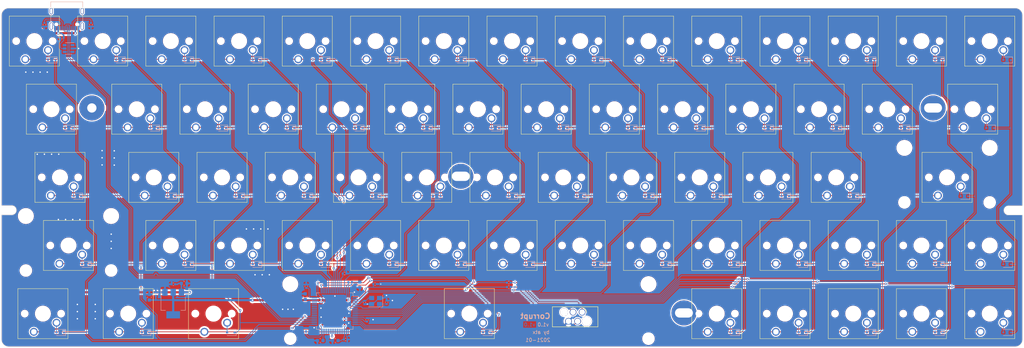
<source format=kicad_pcb>
(kicad_pcb (version 20240108) (generator "pcbnew") (generator_version "8.0")
  (layers (0 "F.Cu" signal) (31 "B.Cu" signal) (34 "B.Paste" user) (35 "F.Paste" user) (36 "B.SilkS" user "B.Silkscreen") (37 "F.SilkS" user "F.Silkscreen") (38 "B.Mask" user) (39 "F.Mask" user) (44 "Edge.Cuts" user))
  (net 0 "")
  (net 1 "GND")
  (net 2 "VBUS")
  (net 3 "+3V3")
  (net 4 "/MCU/NRST")
  (net 5 "Net-(C14-Pad1)")
  (net 6 "Net-(C15-Pad1)")
  (net 7 "Net-(C16-Pad2)")
  (net 8 "Net-(C17-Pad1)")
  (net 9 "Net-(D1-Pad2)")
  (net 10 "/Keys/COL0")
  (net 11 "Net-(D2-Pad2)")
  (net 12 "/Keys/COL1")
  (net 13 "Net-(D3-Pad2)")
  (net 14 "/Keys/COL2")
  (net 15 "Net-(D4-Pad2)")
  (net 16 "/Keys/COL3")
  (net 17 "Net-(D5-Pad2)")
  (net 18 "/Keys/COL4")
  (net 19 "Net-(D6-Pad2)")
  (net 20 "/Keys/COL5")
  (net 21 "Net-(D7-Pad2)")
  (net 22 "/Keys/COL6")
  (net 23 "Net-(D8-Pad2)")
  (net 24 "/Keys/COL7")
  (net 25 "Net-(D9-Pad2)")
  (net 26 "/Keys/COL8")
  (net 27 "Net-(D10-Pad2)")
  (net 28 "/Keys/COL9")
  (net 29 "Net-(D11-Pad2)")
  (net 30 "/Keys/COL10")
  (net 31 "Net-(D12-Pad2)")
  (net 32 "/Keys/COL11")
  (net 33 "Net-(D13-Pad2)")
  (net 34 "Net-(D14-Pad2)")
  (net 35 "/Keys/COL12")
  (net 36 "Net-(D15-Pad2)")
  (net 37 "/Keys/COL13")
  (net 38 "Net-(D16-Pad2)")
  (net 39 "Net-(D17-Pad2)")
  (net 40 "Net-(D18-Pad2)")
  (net 41 "Net-(D19-Pad2)")
  (net 42 "Net-(D20-Pad2)")
  (net 43 "Net-(D21-Pad2)")
  (net 44 "Net-(D22-Pad2)")
  (net 45 "Net-(D23-Pad2)")
  (net 46 "Net-(D24-Pad2)")
  (net 47 "Net-(D25-Pad2)")
  (net 48 "Net-(D26-Pad2)")
  (net 49 "Net-(D27-Pad2)")
  (net 50 "Net-(D28-Pad2)")
  (net 51 "Net-(D29-Pad2)")
  (net 52 "Net-(D30-Pad2)")
  (net 53 "Net-(D31-Pad2)")
  (net 54 "Net-(D32-Pad2)")
  (net 55 "Net-(D33-Pad2)")
  (net 56 "Net-(D34-Pad2)")
  (net 57 "Net-(D35-Pad2)")
  (net 58 "Net-(D36-Pad2)")
  (net 59 "Net-(D37-Pad2)")
  (net 60 "Net-(D38-Pad2)")
  (net 61 "Net-(D39-Pad2)")
  (net 62 "Net-(D40-Pad2)")
  (net 63 "Net-(D41-Pad2)")
  (net 64 "Net-(D42-Pad2)")
  (net 65 "Net-(D43-Pad2)")
  (net 66 "Net-(D44-Pad2)")
  (net 67 "Net-(D45-Pad2)")
  (net 68 "Net-(D46-Pad2)")
  (net 69 "Net-(D47-Pad2)")
  (net 70 "Net-(D48-Pad2)")
  (net 71 "Net-(D49-Pad2)")
  (net 72 "Net-(D50-Pad2)")
  (net 73 "Net-(D51-Pad2)")
  (net 74 "Net-(D52-Pad2)")
  (net 75 "Net-(D53-Pad2)")
  (net 76 "Net-(D54-Pad2)")
  (net 77 "Net-(D55-Pad2)")
  (net 78 "Net-(D56-Pad2)")
  (net 79 "Net-(D57-Pad2)")
  (net 80 "Net-(D58-Pad2)")
  (net 81 "Net-(D59-Pad2)")
  (net 82 "Net-(D60-Pad2)")
  (net 83 "Net-(D61-Pad2)")
  (net 84 "Net-(D62-Pad2)")
  (net 85 "Net-(D63-Pad2)")
  (net 86 "Net-(D64-Pad2)")
  (net 87 "Net-(D65-Pad2)")
  (net 88 "Net-(J1-PadB5)")
  (net 89 "/MCU/USB_D_P")
  (net 90 "Net-(J1-PadA8)")
  (net 91 "Net-(J1-PadA5)")
  (net 92 "Net-(J1-PadB8)")
  (net 93 "/MCU/USB_D_N")
  (net 94 "Net-(J1-PadS1)")
  (net 95 "Net-(R2-Pad1)")
  (net 96 "Net-(R3-Pad2)")
  (net 97 "/MCU/SWD")
  (net 98 "Net-(R4-Pad2)")
  (net 99 "/MCU/SWC")
  (net 100 "/Keys/ROW0")
  (net 101 "/Keys/ROW1")
  (net 102 "/Keys/ROW2")
  (net 103 "/Keys/ROW3")
  (net 104 "/Keys/ROW4")
  (net 105 "Net-(U2-Pad6)")
  (net 106 "Net-(U3-Pad61)")
  (net 107 "Net-(U3-Pad54)")
  (net 108 "Net-(U3-Pad50)")
  (net 109 "Net-(U3-Pad45)")
  (net 110 "Net-(U3-Pad44)")
  (net 111 "Net-(U3-Pad43)")
  (net 112 "Net-(U3-Pad42)")
  (net 113 "Net-(U3-Pad41)")
  (net 114 "Net-(U3-Pad30)")
  (net 115 "Net-(U3-Pad29)")
  (net 116 "Net-(U3-Pad23)")
  (net 117 "Net-(U3-Pad22)")
  (net 118 "Net-(U3-Pad21)")
  (net 119 "Net-(U3-Pad20)")
  (net 120 "Net-(U3-Pad17)")
  (net 121 "Net-(U3-Pad1)")
  (net 122 "/Keys/COL14")
  (net 123 "Net-(U3-Pad28)")
  (net 124 "Net-(U3-Pad27)")
  (net 125 "Net-(U3-Pad4)")
  (net 126 "Net-(U3-Pad52)")
  (net 127 "Net-(U3-Pad51)")
  (net 128 "Net-(U3-Pad40)")
  (net 129 "Net-(U3-Pad39)")
  (net 130 "Net-(U3-Pad24)")
  (net 131 "Net-(U3-Pad38)")
  (net 132 "Net-(U3-Pad25)")
  (net 133 "Net-(U2-Pad1)")
  (footprint "Button_Switch_Keyboard:SW_Cherry_MX_1.00u_PCB" (layer "F.Cu") (at 68.91 78.9 180)
    (property "Reference" "SW1" (hide yes))
    (property "Value" "SW_SPST" (hide yes))
  )
  (footprint "Button_Switch_Keyboard:SW_Cherry_MX_1.00u_PCB" (layer "F.Cu") (at 87.96 78.9 180)
    (property "Reference" "SW2" (hide yes))
    (property "Value" "SW_SPST" (hide yes))
  )
  (footprint "Button_Switch_Keyboard:SW_Cherry_MX_1.00u_PCB" (layer "F.Cu") (at 107.01 78.9 180)
    (property "Reference" "SW3" (hide yes))
    (property "Value" "SW_SPST" (hide yes))
  )
  (footprint "Button_Switch_Keyboard:SW_Cherry_MX_1.00u_PCB" (layer "F.Cu") (at 126.06 78.9 180)
    (property "Reference" "SW4" (hide yes))
    (property "Value" "SW_SPST" (hide yes))
  )
  (footprint "Button_Switch_Keyboard:SW_Cherry_MX_1.00u_PCB" (layer "F.Cu") (at 145.11 78.9 180)
    (property "Reference" "SW5" (hide yes))
    (property "Value" "SW_SPST" (hide yes))
  )
  (footprint "Button_Switch_Keyboard:SW_Cherry_MX_1.00u_PCB" (layer "F.Cu") (at 164.16 78.9 180)
    (property "Reference" "SW6" (hide yes))
    (property "Value" "SW_SPST" (hide yes))
  )
  (footprint "Button_Switch_Keyboard:SW_Cherry_MX_1.00u_PCB" (layer "F.Cu") (at 183.21 78.9 180)
    (property "Reference" "SW7" (hide yes))
    (property "Value" "SW_SPST" (hide yes))
  )
  (footprint "Button_Switch_Keyboard:SW_Cherry_MX_1.00u_PCB" (layer "F.Cu") (at 202.26 78.9 180)
    (property "Reference" "SW8" (hide yes))
    (property "Value" "SW_SPST" (hide yes))
  )
  (footprint "Button_Switch_Keyboard:SW_Cherry_MX_1.00u_PCB" (layer "F.Cu") (at 221.31 78.9 180)
    (property "Reference" "SW9" (hide yes))
    (property "Value" "SW_SPST" (hide yes))
  )
  (footprint "Button_Switch_Keyboard:SW_Cherry_MX_1.00u_PCB" (layer "F.Cu") (at 240.36 78.9 180)
    (property "Reference" "SW10" (hide yes))
    (property "Value" "SW_SPST" (hide yes))
  )
  (footprint "Button_Switch_Keyboard:SW_Cherry_MX_1.00u_PCB" (layer "F.Cu") (at 259.41 78.9 180)
    (property "Reference" "SW11" (hide yes))
    (property "Value" "SW_SPST" (hide yes))
  )
  (footprint "Button_Switch_Keyboard:SW_Cherry_MX_1.00u_PCB" (layer "F.Cu") (at 278.46 78.9 180)
    (property "Reference" "SW12" (hide yes))
    (property "Value" "SW_SPST" (hide yes))
  )
  (footprint "Button_Switch_Keyboard:SW_Cherry_MX_1.00u_PCB" (layer "F.Cu") (at 297.51 78.9 180)
    (property "Reference" "SW13" (hide yes))
    (property "Value" "SW_SPST" (hide yes))
  )
  (footprint "Button_Switch_Keyboard:SW_Cherry_MX_1.00u_PCB" (layer "F.Cu") (at 316.56 78.9 180)
    (property "Reference" "SW14" (hide yes))
    (property "Value" "SW_SPST" (hide yes))
  )
  (footprint "Button_Switch_Keyboard:SW_Cherry_MX_1.00u_PCB" (layer "F.Cu") (at 335.61 78.9 180)
    (property "Reference" "SW15" (hide yes))
    (property "Value" "SW_SPST" (hide yes))
  )
  (footprint "Button_Switch_Keyboard:SW_Cherry_MX_1.50u_PCB" (layer "F.Cu") (at 73.6725 97.95 180)
    (property "Reference" "SW16" (hide yes))
    (property "Value" "SW_SPST" (hide yes))
  )
  (footprint "Button_Switch_Keyboard:SW_Cherry_MX_1.00u_PCB" (layer "F.Cu") (at 97.485 97.95 180)
    (property "Reference" "SW17" (hide yes))
    (property "Value" "SW_SPST" (hide yes))
  )
  (footprint "Button_Switch_Keyboard:SW_Cherry_MX_1.00u_PCB" (layer "F.Cu") (at 116.535 97.95 180)
    (property "Reference" "SW18" (hide yes))
    (property "Value" "SW_SPST" (hide yes))
  )
  (footprint "Button_Switch_Keyboard:SW_Cherry_MX_1.00u_PCB" (layer "F.Cu") (at 135.585 97.95 180)
    (property "Reference" "SW19" (hide yes))
    (property "Value" "SW_SPST" (hide yes))
  )
  (footprint "Button_Switch_Keyboard:SW_Cherry_MX_1.00u_PCB" (layer "F.Cu") (at 154.635 97.95 180)
    (property "Reference" "SW20" (hide yes))
    (property "Value" "SW_SPST" (hide yes))
  )
  (footprint "Button_Switch_Keyboard:SW_Cherry_MX_1.00u_PCB" (layer "F.Cu") (at 173.685 97.95 180)
    (property "Reference" "SW21" (hide yes))
    (property "Value" "SW_SPST" (hide yes))
  )
  (footprint "Button_Switch_Keyboard:SW_Cherry_MX_1.00u_PCB" (layer "F.Cu") (at 192.735 97.95 180)
    (property "Reference" "SW22" (hide yes))
    (property "Value" "SW_SPST" (hide yes))
  )
  (footprint "Button_Switch_Keyboard:SW_Cherry_MX_1.00u_PCB" (layer "F.Cu") (at 211.785 97.95 180)
    (property "Reference" "SW23" (hide yes))
    (property "Value" "SW_SPST" (hide yes))
  )
  (footprint "Button_Switch_Keyboard:SW_Cherry_MX_1.00u_PCB" (layer "F.Cu") (at 230.835 97.95 180)
    (property "Reference" "SW24" (hide yes))
    (property "Value" "SW_SPST" (hide yes))
  )
  (footprint "Button_Switch_Keyboard:SW_Cherry_MX_1.00u_PCB" (layer "F.Cu") (at 249.885 97.95 180)
    (property "Reference" "SW25" (hide yes))
    (property "Value" "SW_SPST" (hide yes))
  )
  (footprint "Button_Switch_Keyboard:SW_Cherry_MX_1.00u_PCB" (layer "F.Cu") (at 268.935 97.95 180)
    (property "Reference" "SW26" (hide yes))
    (property "Value" "SW_SPST" (hide yes))
  )
  (footprint "Button_Switch_Keyboard:SW_Cherry_MX_1.00u_PCB" (layer "F.Cu") (at 287.985 97.95 180)
    (property "Reference" "SW27" (hide yes))
    (property "Value" "SW_SPST" (hide yes))
  )
  (footprint "Button_Switch_Keyboard:SW_Cherry_MX_1.75u_PCB" (layer "F.Cu") (at 76.05375 117 180)
    (property "Reference" "SW30" (hide yes))
    (property "Value" "SW_SPST" (hide yes))
  )
  (footprint "Button_Switch_Keyboard:SW_Cherry_MX_1.00u_PCB" (layer "F.Cu") (at 102.2475 117 180)
    (property "Reference" "SW31" (hide yes))
    (property "Value" "SW_SPST" (hide yes))
  )
  (footprint "Button_Switch_Keyboard:SW_Cherry_MX_1.00u_PCB" (layer "F.Cu") (at 121.2975 117 180)
    (property "Reference" "SW32" (hide yes))
    (property "Value" "SW_SPST" (hide yes))
  )
  (footprint "Button_Switch_Keyboard:SW_Cherry_MX_1.00u_PCB" (layer "F.Cu") (at 140.3475 117 180)
    (property "Reference" "SW33" (hide yes))
    (property "Value" "SW_SPST" (hide yes))
  )
  (footprint "Button_Switch_Keyboard:SW_Cherry_MX_1.00u_PCB" (layer "F.Cu") (at 159.3975 117 180)
    (property "Reference" "SW34" (hide yes))
    (property "Value" "SW_SPST" (hide yes))
  )
  (footprint "Button_Switch_Keyboard:SW_Cherry_MX_1.00u_PCB" (layer "F.Cu") (at 178.4475 117 180)
    (property "Reference" "SW35" (hide yes))
    (property "Value" "SW_SPST" (hide yes))
  )
  (footprint "Button_Switch_Keyboard:SW_Cherry_MX_1.00u_PCB" (layer "F.Cu") (at 197.4975 117 180)
    (property "Reference" "SW36" (hide yes))
    (property "Value" "SW_SPST" (hide yes))
  )
  (footprint "Button_Switch_Keyboard:SW_Cherry_MX_1.00u_PCB" (layer "F.Cu") (at 216.5475 117 180)
    (property "Reference" "SW37" (hide yes))
    (property "Value" "SW_SPST" (hide yes))
  )
  (footprint "Button_Switch_Keyboard:SW_Cherry_MX_1.00u_PCB" (layer "F.Cu") (at 235.5975 117 180)
    (property "Reference" "SW38" (hide yes))
    (property "Value" "SW_SPST" (hide yes))
  )
  (footprint "Button_Switch_Keyboard:SW_Cherry_MX_1.00u_PCB" (layer "F.Cu") (at 254.6475 117 180)
    (property "Reference" "SW39" (hide yes))
    (property "Value" "SW_SPST" (hide yes))
  )
  (footprint "Button_Switch_Keyboard:SW_Cherry_MX_1.00u_PCB" (layer "F.Cu") (at 273.6975 117 180)
    (property "Reference" "SW40" (hide yes))
    (property "Value" "SW_SPST" (hide yes))
  )
  (footprint "Button_Switch_Keyboard:SW_Cherry_MX_1.00u_PCB" (layer "F.Cu") (at 292.7475 117 180)
    (property "Reference" "SW41" (hide yes))
    (property "Value" "SW_SPST" (hide yes))
  )
  (footprint "Button_Switch_Keyboard:SW_Cherry_MX_2.25u_PCB" (layer "F.Cu") (at 323.70375 117 180)
    (property "Reference" "SW42" (hide yes))
    (property "Value" "SW_SPST" (hide yes))
  )
  (footprint "Button_Switch_Keyboard:SW_Cherry_MX_2.00u_PCB" (layer "F.Cu") (at 78.435 136.05 180)
    (property "Reference" "SW43" (hide yes))
    (property "Value" "SW_SPST" (hide yes))
  )
  (footprint "Button_Switch_Keyboard:SW_Cherry_MX_1.00u_PCB" (layer "F.Cu") (at 107.01 136.05 180)
    (property "Reference" "SW44" (hide yes))
    (property "Value" "SW_SPST" (hide yes))
  )
  (footprint "Button_Switch_Keyboard:SW_Cherry_MX_1.00u_PCB" (layer "F.Cu") (at 126.06 136.05 180)
    (property "Reference" "SW45" (hide yes))
    (property "Value" "SW_SPST" (hide yes))
  )
  (footprint "Button_Switch_Keyboard:SW_Cherry_MX_1.00u_PCB" (layer "F.Cu") (at 145.11 136.05 180)
    (property "Reference" "SW46" (hide yes))
    (property "Value" "SW_SPST" (hide yes))
  )
  (footprint "Button_Switch_Keyboard:SW_Cherry_MX_1.00u_PCB" (layer "F.Cu") (at 164.16 136.05 180)
    (property "Reference" "SW47" (hide yes))
    (property "Value" "SW_SPST" (hide yes))
  )
  (footprint "Button_Switch_Keyboard:SW_Cherry_MX_1.00u_PCB" (layer "F.Cu") (at 183.21 136.05 180)
    (property "Reference" "SW48" (hide yes))
    (property "Value" "SW_SPST" (hide yes))
  )
  (footprint "Button_Switch_Keyboard:SW_Cherry_MX_1.00u_PCB" (layer "F.Cu") (at 202.26 136.05 180)
    (property "Reference" "SW49" (hide yes))
    (property "Value" "SW_SPST" (hide yes))
  )
  (footprint "Button_Switch_Keyboard:SW_Cherry_MX_1.00u_PCB" (layer "F.Cu") (at 221.31 136.05 180)
    (property "Reference" "SW50" (hide yes))
    (property "Value" "SW_SPST" (hide yes))
  )
  (footprint "Button_Switch_Keyboard:SW_Cherry_MX_1.00u_PCB" (layer "F.Cu") (at 240.36 136.05 180)
    (property "Reference" "SW51" (hide yes))
    (property "Value" "SW_SPST" (hide yes))
  )
  (footprint "Button_Switch_Keyboard:SW_Cherry_MX_1.00u_PCB" (layer "F.Cu") (at 259.41 136.05 180)
    (property "Reference" "SW52" (hide yes))
    (property "Value" "SW_SPST" (hide yes))
  )
  (footprint "Button_Switch_Keyboard:SW_Cherry_MX_1.00u_PCB" (layer "F.Cu") (at 278.46 136.05 180)
    (property "Reference" "SW53" (hide yes))
    (property "Value" "SW_SPST" (hide yes))
  )
  (footprint "Button_Switch_Keyboard:SW_Cherry_MX_1.00u_PCB" (layer "F.Cu") (at 297.51 136.05 180)
    (property "Reference" "SW54" (hide yes))
    (property "Value" "SW_SPST" (hide yes))
  )
  (footprint "Button_Switch_Keyboard:SW_Cherry_MX_1.00u_PCB" (layer "F.Cu") (at 316.56 136.05 180)
    (property "Reference" "SW55" (hide yes))
    (property "Value" "SW_SPST" (hide yes))
  )
  (footprint "Button_Switch_Keyboard:SW_Cherry_MX_1.00u_PCB" (layer "F.Cu") (at 335.61 136.05 180)
    (property "Reference" "SW56" (hide yes))
    (property "Value" "SW_SPST" (hide yes))
  )
  (footprint "Button_Switch_Keyboard:SW_Cherry_MX_1.25u_PCB" (layer "F.Cu") (at 71.29125 155.1 180)
    (property "Reference" "SW57" (hide yes))
    (property "Value" "SW_SPST" (hide yes))
  )
  (footprint "Button_Switch_Keyboard:SW_Cherry_MX_1.25u_PCB" (layer "F.Cu") (at 95.10375 155.1 180)
    (property "Reference" "SW58" (hide yes))
    (property "Value" "SW_SPST" (hide yes))
  )
  (footprint "Button_Switch_Keyboard:SW_Cherry_MX_1.25u_PCB" (layer "F.Cu") (at 118.91625 155.1 180)
    (property "Reference" "SW59" (hide yes))
    (property "Value" "SW_SPST" (hide yes))
  )
  (footprint "Button_Switch_Keyboard:SW_Cherry_MX_6.25u_PCB" (layer "F.Cu") (at 190.35375 155.1 180)
    (property "Reference" "SW60" (hide yes))
    (property "Value" "SW_SPST" (hide yes))
  )
  (footprint "Button_Switch_Keyboard:SW_Cherry_MX_1.00u_PCB" (layer "F.Cu") (at 259.41 155.1 180)
    (property "Reference" "SW61" (hide yes))
    (property "Value" "SW_SPST" (hide yes))
  )
  (footprint "Button_Switch_Keyboard:SW_Cherry_MX_1.00u_PCB" (layer "F.Cu") (at 278.46 155.1 180)
    (property "Reference" "SW62" (hide yes))
    (property "Value" "SW_SPST" (hide yes))
  )
  (footprint "Button_Switch_Keyboard:SW_Cherry_MX_1.00u_PCB" (layer "F.Cu") (at 297.51 155.1 180)
    (property "Reference" "SW63" (hide yes))
    (property "Value" "SW_SPST" (hide yes))
  )
  (footprint "Button_Switch_Keyboard:SW_Cherry_MX_1.00u_PCB" (layer "F.Cu") (at 316.56 155.1 180)
    (property "Reference" "SW64" (hide yes))
    (property "Value" "SW_SPST" (hide yes))
  )
  (footprint "Button_Switch_Keyboard:SW_Cherry_MX_1.00u_PCB" (layer "F.Cu") (at 335.61 155.1 180)
    (property "Reference" "SW65" (hide yes))
    (property "Value" "SW_SPST" (hide yes))
  )
  (footprint "MountingHole:MountingHole_2.7mm_M2.5_Pad" (layer "F.Cu") (at 87.4893 92.5208)
    (property "Reference" "H1" (hide yes))
    (property "Value" "M2.5" (hide yes))
  )
  (footprint "MountingHole:MountingHole_2.7mm_M2.5_Pad" (layer "F.Cu") (at 252.7894 149.8207)
    (property "Reference" "H2" (hide yes))
    (property "Value" "M2.5" (hide yes))
  )
  (footprint "MountingHole:MountingHole_2.7mm_M2.5_Pad" (layer "F.Cu") (at 190.49 111.62)
    (property "Reference" "H3" (hide yes))
    (property "Value" "M2.5" (hide yes))
  )
  (footprint "MountingHole:MountingHole_2.7mm_M2.5_Pad" (layer "F.Cu") (at 322.3399 92.5208)
    (property "Reference" "H5" (hide yes))
    (property "Value" "M2.5" (hide yes))
  )
  (footprint "Button_Switch_Keyboard:SW_Cherry_MX_1.50u_PCB" (layer "F.Cu") (at 330.8475 97.95 180)
    (property "Reference" "SW29" (hide yes))
    (property "Value" "SW_SPST" (hide yes))
  )
  (footprint "Button_Switch_Keyboard:SW_Cherry_MX_1.00u_PCB" (layer "F.Cu") (at 307.035 97.95 180)
    (property "Reference" "SW28" (hide yes))
    (property "Value" "SW_SPST" (hide yes))
  )
  (footprint "atx_connectors:WR-WST-4P-DBG" (layer "F.Cu") (at 222.37 150.91)
    (property "Reference" "J2" (hide yes))
    (property "Value" "Conn_01x04_Female" (hide yes))
  )
  (footprint "Capacitor_SMD:C_0402_1005Metric" (layer "B.Cu") (at 79.15 72.85 180)
    (property "Reference" "C1" (hide yes))
    (property "Value" "100nF" (hide yes))
  )
  (footprint "Capacitor_SMD:C_0603_1608Metric" (layer "B.Cu") (at 155.45 157.55 180)
    (property "Reference" "C2" (hide yes))
    (property "Value" "10uF" (hide yes))
  )
  (footprint "Capacitor_SMD:C_0603_1608Metric" (layer "B.Cu") (at 162.3 141.95 -90)
    (property "Reference" "C3" (hide yes))
    (property "Value" "10uF" (hide yes))
  )
  (footprint "Capacitor_SMD:C_0402_1005Metric" (layer "B.Cu") (at 158.33 157.25)
    (property "Reference" "C5" (hide yes))
    (property "Value" "100nF" (hide yes))
  )
  (footprint "Capacitor_SMD:C_0402_1005Metric" (layer "B.Cu") (at 147.3 154.5 90)
    (property "Reference" "C6" (hide yes))
    (property "Value" "100nF" (hide yes))
  )
  (footprint "Capacitor_SMD:C_0402_1005Metric" (layer "B.Cu") (at 147.35 142.35 90)
    (property "Reference" "C7" (hide yes))
    (property "Value" "100nF" (hide yes))
  )
  (footprint "Capacitor_SMD:C_0402_1005Metric" (layer "B.Cu") (at 159.6 141.2 180)
    (property "Reference" "C8" (hide yes))
    (property "Value" "100nF" (hide yes))
  )
  (footprint "Capacitor_SMD:C_0603_1608Metric" (layer "B.Cu") (at 113.25 141.55)
    (property "Reference" "C9" (hide yes))
    (property "Value" "10uF" (hide yes))
  )
  (footprint "Capacitor_SMD:C_0402_1005Metric" (layer "B.Cu") (at 110.25 141.8 180)
    (property "Reference" "C10" (hide yes))
    (property "Value" "100nF" (hide yes))
  )
  (footprint "Capacitor_SMD:C_0402_1005Metric" (layer "B.Cu") (at 105.35 144.55 90)
    (property "Reference" "C11" (hide yes))
    (property "Value" "100nF" (hide yes))
  )
  (footprint "Capacitor_SMD:C_0603_1608Metric" (layer "B.Cu") (at 103.55 145.45 90)
    (property "Reference" "C12" (hide yes))
    (property "Value" "10uF" (hide yes))
  )
  (footprint "Capacitor_SMD:C_0402_1005Metric" (layer "B.Cu") (at 166.55 141.75)
    (property "Reference" "C13" (hide yes))
    (property "Value" "100nF" (hide yes))
  )
  (footprint "Capacitor_SMD:C_0603_1608Metric" (layer "B.Cu") (at 151.25 157.55 180)
    (property "Reference" "C14" (hide yes))
    (property "Value" "10uF" (hide yes))
  )
  (footprint "Capacitor_SMD:C_0603_1608Metric" (layer "B.Cu") (at 147.05 145.25 90)
    (property "Reference" "C15" (hide yes))
    (property "Value" "10uF" (hide yes))
  )
  (footprint "Capacitor_SMD:C_0402_1005Metric" (layer "B.Cu") (at 163.6 146.9 90)
    (property "Reference" "C16" (hide yes))
    (property "Value" "10pF" (hide yes))
  )
  (footprint "Capacitor_SMD:C_0402_1005Metric" (layer "B.Cu") (at 169.8 146.85 90)
    (property "Reference" "C17" (hide yes))
    (property "Value" "10pF" (hide yes))
  )
  (footprint "Diode_SMD:D_SOD-323" (layer "B.Cu") (at 76.3 79.1 180)
    (property "Reference" "D1" (hide yes))
    (property "Value" "1N4148WS" (hide yes))
  )
  (footprint "Diode_SMD:D_SOD-323" (layer "B.Cu") (at 95.35 79.1 180)
    (property "Reference" "D2" (hide yes))
    (property "Value" "1N4148WS" (hide yes))
  )
  (footprint "Diode_SMD:D_SOD-323" (layer "B.Cu") (at 114.4 79.1 180)
    (property "Reference" "D3" (hide yes))
    (property "Value" "1N4148WS" (hide yes))
  )
  (footprint "Diode_SMD:D_SOD-323" (layer "B.Cu") (at 133.45 79.1 180)
    (property "Reference" "D4" (hide yes))
    (property "Value" "1N4148WS" (hide yes))
  )
  (footprint "Diode_SMD:D_SOD-323" (layer "B.Cu") (at 152.5 79.1 180)
    (property "Reference" "D5" (hide yes))
    (property "Value" "1N4148WS" (hide yes))
  )
  (footprint "Diode_SMD:D_SOD-323" (layer "B.Cu") (at 171.55 79.1 180)
    (property "Reference" "D6" (hide yes))
    (property "Value" "1N4148WS" (hide yes))
  )
  (footprint "Diode_SMD:D_SOD-323" (layer "B.Cu") (at 190.6 79.1 180)
    (property "Reference" "D7" (hide yes))
    (property "Value" "1N4148WS" (hide yes))
  )
  (footprint "Diode_SMD:D_SOD-323" (layer "B.Cu") (at 209.65 79.1 180)
    (property "Reference" "D8" (hide yes))
    (property "Value" "1N4148WS" (hide yes))
  )
  (footprint "Diode_SMD:D_SOD-323" (layer "B.Cu") (at 228.7 79.1 180)
    (property "Reference" "D9" (hide yes))
    (property "Value" "1N4148WS" (hide yes))
  )
  (footprint "Diode_SMD:D_SOD-323" (layer "B.Cu") (at 247.75 79.1 180)
    (property "Reference" "D10" (hide yes))
    (property "Value" "1N4148WS" (hide yes))
  )
  (footprint "Diode_SMD:D_SOD-323" (layer "B.Cu") (at 266.8 79.1 180)
    (property "Reference" "D11" (hide yes))
    (property "Value" "1N4148WS" (hide yes))
  )
  (footprint "Diode_SMD:D_SOD-323" (layer "B.Cu") (at 285.85 79.1 180)
    (property "Reference" "D12" (hide yes))
    (property "Value" "1N4148WS" (hide yes))
  )
  (footprint "Diode_SMD:D_SOD-323" (layer "B.Cu") (at 304.9 79.1 180)
    (property "Reference" "D13" (hide yes))
    (property "Value" "1N4148WS" (hide yes))
  )
  (footprint "Diode_SMD:D_SOD-323" (layer "B.Cu") (at 323.95 79.1 180)
    (property "Reference" "D14" (hide yes))
    (property "Value" "1N4148WS" (hide yes))
  )
  (footprint "Diode_SMD:D_SOD-323" (layer "B.Cu") (at 343 79.1 180)
    (property "Reference" "D15" (hide yes))
    (property "Value" "1N4148WS" (hide yes))
  )
  (footprint "Diode_SMD:D_SOD-323" (layer "B.Cu") (at 81.0625 98.15 180)
    (property "Reference" "D16" (hide yes))
    (property "Value" "1N4148WS" (hide yes))
  )
  (footprint "Diode_SMD:D_SOD-323" (layer "B.Cu") (at 104.875 98.15 180)
    (property "Reference" "D17" (hide yes))
    (property "Value" "1N4148WS" (hide yes))
  )
  (footprint "Diode_SMD:D_SOD-323" (layer "B.Cu") (at 123.91 98.15 180)
    (property "Reference" "D18" (hide yes))
    (property "Value" "1N4148WS" (hide yes))
  )
  (footprint "Diode_SMD:D_SOD-323" (layer "B.Cu") (at 142.96 98.15 180)
    (property "Reference" "D19" (hide yes))
    (property "Value" "1N4148WS" (hide yes))
  )
  (footprint "Diode_SMD:D_SOD-323" (layer "B.Cu") (at 162 98.15 180)
    (property "Reference" "D20" (hide yes))
    (property "Value" "1N4148WS" (hide yes))
  )
  (footprint "Diode_SMD:D_SOD-323" (layer "B.Cu") (at 181.05 98.15 180)
    (property "Reference" "D21" (hide yes))
    (property "Value" "1N4148WS" (hide yes))
  )
  (footprint "Diode_SMD:D_SOD-323" (layer "B.Cu") (at 200.1 98.15 180)
    (property "Reference" "D22" (hide yes))
    (property "Value" "1N4148WS" (hide yes))
  )
  (footprint "Diode_SMD:D_SOD-323" (layer "B.Cu") (at 219.15 98.15 180)
    (property "Reference" "D23" (hide yes))
    (property "Value" "1N4148WS" (hide yes))
  )
  (footprint "Diode_SMD:D_SOD-323" (layer "B.Cu") (at 238.2 98.15 180)
    (property "Reference" "D24" (hide yes))
    (property "Value" "1N4148WS" (hide yes))
  )
  (footprint "Diode_SMD:D_SOD-323" (layer "B.Cu") (at 257.25 98.15 180)
    (property "Reference" "D25" (hide yes))
    (property "Value" "1N4148WS" (hide yes))
  )
  (footprint "Diode_SMD:D_SOD-323" (layer "B.Cu") (at 276.3 98.15 180)
    (property "Reference" "D26" (hide yes))
    (property "Value" "1N4148WS" (hide yes))
  )
  (footprint "Diode_SMD:D_SOD-323" (layer "B.Cu") (at 295.35 98.15 180)
    (property "Reference" "D27" (hide yes))
    (property "Value" "1N4148WS" (hide yes))
  )
  (footprint "Diode_SMD:D_SOD-323" (layer "B.Cu") (at 338.2375 98.14 180)
    (property "Reference" "D29" (hide yes))
    (property "Value" "1N4148WS" (hide yes))
  )
  (footprint "Diode_SMD:D_SOD-323" (layer "B.Cu") (at 83.44375 117.19 180)
    (property "Reference" "D30" (hide yes))
    (property "Value" "1N4148WS" (hide yes))
  )
  (footprint "Diode_SMD:D_SOD-323" (layer "B.Cu") (at 109.6375 117.19 180)
    (property "Reference" "D31" (hide yes))
    (property "Value" "1N4148WS" (hide yes))
  )
  (footprint "Diode_SMD:D_SOD-323" (layer "B.Cu") (at 128.6875 117.19 180)
    (property "Reference" "D32" (hide yes))
    (property "Value" "1N4148WS" (hide yes))
  )
  (footprint "Diode_SMD:D_SOD-323" (layer "B.Cu") (at 147.7375 117.19 180)
    (property "Reference" "D33" (hide yes))
    (property "Value" "1N4148WS" (hide yes))
  )
  (footprint "Diode_SMD:D_SOD-323" (layer "B.Cu") (at 166.7875 117.19 180)
    (property "Reference" "D34" (hide yes))
    (property "Value" "1N4148WS" (hide yes))
  )
  (footprint "Diode_SMD:D_SOD-323" (layer "B.Cu") (at 183.8 117.2)
    (property "Reference" "D35" (hide yes))
    (property "Value" "1N4148WS" (hide yes))
  )
  (footprint "Diode_SMD:D_SOD-323" (layer "B.Cu") (at 204.8875 117.19 180)
    (property "Reference" "D36" (hide yes))
    (property "Value" "1N4148WS" (hide yes))
  )
  (footprint "Diode_SMD:D_SOD-323" (layer "B.Cu") (at 223.9375 117.19 180)
    (property "Reference" "D37" (hide yes))
    (property "Value" "1N4148WS" (hide yes))
  )
  (footprint "Diode_SMD:D_SOD-323" (layer "B.Cu") (at 242.9875 117.19 180)
    (property "Reference" "D38" (hide yes))
    (property "Value" "1N4148WS" (hide yes))
  )
  (footprint "Diode_SMD:D_SOD-323" (layer "B.Cu") (at 262.0375 117.19 180)
    (property "Reference" "D39" (hide yes))
    (property "Value" "1N4148WS" (hide yes))
  )
  (footprint "Diode_SMD:D_SOD-323" (layer "B.Cu") (at 281.0875 117.19 180)
    (property "Reference" "D40" (hide yes))
    (property "Value" "1N4148WS" (hide yes))
  )
  (footprint "Diode_SMD:D_SOD-323" (layer "B.Cu") (at 300.1375 117.19 180)
    (property "Reference" "D41" (hide yes))
    (property "Value" "1N4148WS" (hide yes))
  )
  (footprint "Diode_SMD:D_SOD-323" (layer "B.Cu") (at 331.09375 117.19 180)
    (property "Reference" "D42" (hide yes))
    (property "Value" "1N4148WS" (hide yes))
  )
  (footprint "Diode_SMD:D_SOD-323" (layer "B.Cu") (at 85.825 136.24 180)
    (property "Reference" "D43" (hide yes))
    (property "Value" "1N4148WS" (hide yes))
  )
  (footprint "Diode_SMD:D_SOD-323" (layer "B.Cu") (at 114.4 136.24 180)
    (property "Reference" "D44" (hide yes))
    (property "Value" "1N4148WS" (hide yes))
  )
  (footprint "Diode_SMD:D_SOD-323" (layer "B.Cu") (at 133.45 136.24 180)
    (property "Reference" "D45" (hide yes))
    (property "Value" "1N4148WS" (hide yes))
  )
  (footprint "Diode_SMD:D_SOD-323" (layer "B.Cu") (at 152.5 136.24 180)
    (property "Reference" "D46" (hide yes))
    (property "Value" "1N4148WS" (hide yes))
  )
  (footprint "Diode_SMD:D_SOD-323" (layer "B.Cu") (at 171.55 136.24 180)
    (property "Reference" "D47" (hide yes))
    (property "Value" "1N4148WS" (hide yes))
  )
  (footprint "Diode_SMD:D_SOD-323" (layer "B.Cu") (at 190.6 136.24 180)
    (property "Reference" "D48" (hide yes))
    (property "Value" "1N4148WS" (hide yes))
  )
  (footprint "Diode_SMD:D_SOD-323" (layer "B.Cu") (at 209.65 136.24 180)
    (property "Reference" "D49" (hide yes))
    (property "Value" "1N4148WS" (hide yes))
  )
  (footprint "Diode_SMD:D_SOD-323" (layer "B.Cu") (at 228.7 136.24 180)
    (property "Reference" "D50" (hide yes))
    (property "Value" "1N4148WS" (hide yes))
  )
  (footprint "Diode_SMD:D_SOD-323" (layer "B.Cu") (at 247.75 136.24 180)
    (property "Reference" "D51" (hide yes))
    (property "Value" "1N4148WS" (hide yes))
  )
  (footprint "Diode_SMD:D_SOD-323" (layer "B.Cu") (at 266.8 136.24 180)
    (property "Reference" "D52" (hide yes))
    (property "Value" "1N4148WS" (hide yes))
  )
  (footprint "Diode_SMD:D_SOD-323" (layer "B.Cu") (at 285.85 136.24 180)
    (property "Reference" "D53" (hide yes))
    (property "Value" "1N4148WS" (hide yes))
  )
  (footprint "Diode_SMD:D_SOD-323" (layer "B.Cu") (at 304.9 136.24 180)
    (property "Reference" "D54" (hide yes))
    (property "Value" "1N4148WS" (hide yes))
  )
  (footprint "Diode_SMD:D_SOD-323" (layer "B.Cu") (at 323.95 136.24 180)
    (property "Reference" "D55" (hide yes))
    (property "Value" "1N4148WS" (hide yes))
  )
  (footprint "Diode_SMD:D_SOD-323" (layer "B.Cu") (at 343 136.24 180)
    (property "Reference" "D56" (hide yes))
    (property "Value" "1N4148WS" (hide yes))
  )
  (footprint "Diode_SMD:D_SOD-323" (layer "B.Cu") (at 78.68125 155.29 180)
    (property "Reference" "D57" (hide yes))
    (property "Value" "1N4148WS" (hide yes))
  )
  (footprint "Diode_SMD:D_SOD-323" (layer "B.Cu") (at 102.49375 155.29 180)
    (property "Reference" "D58" (hide yes))
    (property "Value" "1N4148WS" (hide yes))
  )
  (footprint "Diode_SMD:D_SOD-323" (layer "B.Cu") (at 126.30625 155.29 180)
    (property "Reference" "D59" (hide yes))
    (property "Value" "1N4148WS" (hide yes))
  )
  (footprint "Diode_SMD:D_SOD-323" (layer "B.Cu") (at 197.74375 155.29 180)
    (property "Reference" "D60" (hide yes))
    (property "Value" "1N4148WS" (hide yes))
  )
  (footprint "Diode_SMD:D_SOD-323" (layer "B.Cu") (at 266.8 155.29 180)
    (property "Reference" "D61" (hide yes))
    (property "Value" "1N4148WS" (hide yes))
  )
  (footprint "Diode_SMD:D_SOD-323" (layer "B.Cu") (at 285.85 155.29 180)
    (property "Reference" "D62" (hide yes))
    (property "Value" "1N4148WS" (hide yes))
  )
  (footprint "Diode_SMD:D_SOD-323" (layer "B.Cu") (at 304.9 155.29 180)
    (property "Reference" "D63" (hide yes))
    (property "Value" "1N4148WS" (hide yes))
  )
  (footprint "Diode_SMD:D_SOD-323" (layer "B.Cu") (at 323.95 155.29 180)
    (property "Reference" "D64" (hide yes))
    (property "Value" "1N4148WS" (hide yes))
  )
  (footprint "Diode_SMD:D_SOD-323" (layer "B.Cu") (at 343 155.29 180)
    (property "Reference" "D65" (hide yes))
    (property "Value" "1N4148WS" (hide yes))
  )
  (footprint "Resistor_SMD:R_0402_1005Metric" (layer "B.Cu") (at 158.05 138.8)
    (property "Reference" "R2" (hide yes))
    (property "Value" "10k" (hide yes))
  )
  (footprint "Resistor_SMD:R_0402_1005Metric" (layer "B.Cu") (at 203.9 141.35 180)
    (property "Reference" "R3" (hide yes))
    (property "Value" "33" (hide yes))
  )
  (footprint "Resistor_SMD:R_0402_1005Metric" (layer "B.Cu") (at 203.9 142.6 180)
    (property "Reference" "R4" (hide yes))
    (property "Value" "33" (hide yes))
  )
  (footprint "Package_TO_SOT_SMD:SOT-223-3_TabPin2" (layer "B.Cu") (at 110.2 147.2 -90)
    (property "Reference" "U1" (hide yes))
    (property "Value" "AMS1117-3.3" (hide yes))
  )
  (footprint "Package_TO_SOT_SMD:SOT-23-6" (layer "B.Cu") (at 81 75.9 180)
    (property "Reference" "U2" (hide yes))
    (property "Value" "SRV05-4-T-P7" (hide yes))
  )
  (footprint "Package_QFP:LQFP-64_10x10mm_P0.5mm" (layer "B.Cu") (at 155.3 149.3 180)
    (property "Reference" "U3" (hide yes))
    (property "Value" "STM32F405RGTx" (hide yes))
  )
  (footprint "Crystal:Crystal_SMD_3225-4Pin_3.2x2.5mm" (layer "B.Cu") (at 166.7 146.5 180)
    (property "Reference" "Y1" (hide yes))
    (property "Value" "X322525MOB4SI" (hide yes))
  )
  (footprint "Diode_SMD:D_SOD-323" (layer "B.Cu") (at 314.4 98.15 180)
    (property "Reference" "D28" (hide yes))
    (property "Value" "1N4148WS" (hide yes))
  )
  (footprint "Connector_USB:USB_C_Receptacle_Palconn_UTC16-G" (layer "B.Cu") (at 80.49 67.7)
    (property "Reference" "J1" (hide yes))
    (property "Value" "USB_C_Receptacle_USB2.0" (hide yes))
  )
  (footprint "Resistor_SMD:R_0402_1005Metric" (layer "B.Cu") (at 74.25 69.25 90)
    (property "Reference" "R5" (hide yes))
    (property "Value" "5.1k" (hide yes))
  )
  (footprint "Resistor_SMD:R_0402_1005Metric" (layer "B.Cu") (at 87.25 69.25 90)
    (property "Reference" "R6" (hide yes))
    (property "Value" "5.1k" (hide yes))
  )
  (footprint "Capacitor_SMD:C_0402_1005Metric" (layer "B.Cu") (at 164.3 151.75 90)
    (property "Reference" "C4" (hide yes))
    (property "Value" "100nF" (hide yes))
  )
  (gr_arc (start 64.29 159.22) (mid 62.875786 158.634214) (end 62.29 157.22) (stroke (width 0.1)) (layer "Edge.Cuts"))
  (gr_arc (start 345.29 64.62) (mid 346.704214 65.205786) (end 347.29 66.62) (stroke (width 0.1)) (layer "Edge.Cuts"))
  (gr_line (start 64.29 64.62) (end 345.29 64.62) (stroke (width 0.1)) (layer "Edge.Cuts"))
  (gr_line (start 62.29 122.4) (end 62.29 157.22) (stroke (width 0.1)) (layer "Edge.Cuts"))
  (gr_line (start 347.29 119.85) (end 343.4 119.85) (stroke (width 0.1)) (layer "Edge.Cuts"))
  (gr_arc (start 343.4 122.45) (mid 342.1 121.15) (end 343.4 119.85) (stroke (width 0.1)) (layer "Edge.Cuts"))
  (gr_line (start 347.29 122.45) (end 343.4 122.45) (stroke (width 0.1)) (layer "Edge.Cuts"))
  (gr_line (start 347.29 122.45) (end 347.29 157.22) (stroke (width 0.1)) (layer "Edge.Cuts"))
  (gr_arc (start 65.15 119.8) (mid 66.45 121.1) (end 65.15 122.4) (stroke (width 0.1)) (layer "Edge.Cuts"))
  (gr_line (start 345.29 159.22) (end 64.29 159.22) (stroke (width 0.1)) (layer "Edge.Cuts"))
  (gr_line (start 62.29 119.8) (end 65.15 119.8) (stroke (width 0.1)) (layer "Edge.Cuts"))
  (gr_line (start 62.29 119.8) (end 62.29 66.6188) (stroke (width 0.1)) (layer "Edge.Cuts"))
  (gr_line (start 347.29 66.6188) (end 347.29 119.85) (stroke (width 0.1)) (layer "Edge.Cuts"))
  (gr_arc (start 62.29 66.62) (mid 62.875786 65.205786) (end 64.29 64.62) (stroke (width 0.1)) (layer "Edge.Cuts"))
  (gr_line (start 62.29 122.4) (end 65.15 122.4) (stroke (width 0.1)) (layer "Edge.Cuts"))
  (gr_arc (start 347.29 157.22) (mid 346.704214 158.634214) (end 345.29 159.22) (stroke (width 0.1)) (layer "Edge.Cuts"))
  (gr_text "v1.0" (at 209.7 153.1 0) (layer "B.Cu") (effects (font (size 1 1)) (justify mirror)))
  (gr_text "v1.0" (at 213.5 153.1 0) (layer "B.SilkS") (effects (font (size 1 1)) (justify mirror)))
  (gr_text "by atx" (at 212.9 155.2 0) (layer "B.SilkS") (effects (font (size 1 1)) (justify mirror)))
  (gr_text "2021-01" (at 212 157.4 0) (layer "B.SilkS") (effects (font (size 1 1)) (justify mirror)))
  (gr_text "Corrupt" (at 211.3 150.7 0) (layer "B.SilkS") (effects (font (size 1.5 1.5) (thickness 0.3)) (justify mirror)))
  (via (at 93.75 106.5) (size 0.8) (drill 0.4) (layers "F.Cu" "B.Cu") (net 1))
  (via (at 93.75 108.5) (size 0.8) (drill 0.4) (layers "F.Cu" "B.Cu") (net 1))
  (via (at 93.75 104.5) (size 0.8) (drill 0.4) (layers "F.Cu" "B.Cu") (net 1))
  (via (at 151.45 148.5) (size 0.8) (drill 0.4) (layers "F.Cu" "B.Cu") (net 1))
  (via (at 75.05 82.5) (size 0.8) (drill 0.4) (layers "F.Cu" "B.Cu") (net 1))
  (via (at 74.25 105.45) (size 0.8) (drill 0.4) (layers "F.Cu" "B.Cu") (net 1))
  (via (at 78.15 123.7) (size 0.8) (drill 0.4) (layers "F.Cu" "B.Cu") (net 1))
  (via (at 88.45 149.45) (size 0.8) (drill 0.4) (layers "F.Cu" "B.Cu") (net 1))
  (via (at 171.4 146.35) (size 0.8) (drill 0.4) (layers "F.Cu" "B.Cu") (net 1))
  (via (at 132.65 126.35) (size 0.8) (drill 0.4) (layers "F.Cu" "B.Cu") (net 1))
  (via (at 140.75 148.8) (size 0.8) (drill 0.4) (layers "F.Cu" "B.Cu") (net 1))
  (via (at 134.65 126.35) (size 0.8) (drill 0.4) (layers "F.Cu" "B.Cu") (net 1))
  (via (at 73.05 82.5) (size 0.8) (drill 0.4) (layers "F.Cu" "B.Cu") (net 1))
  (via (at 83.8 75.9) (size 0.8) (drill 0.4) (layers "F.Cu" "B.Cu") (net 1))
  (via (at 160.8 144) (size 0.8) (drill 0.4) (layers "F.Cu" "B.Cu") (net 1))
  (via (at 83.45 151.45) (size 0.8) (drill 0.4) (layers "F.Cu" "B.Cu") (net 1))
  (via (at 159.25 149.9) (size 0.8) (drill 0.4) (layers "F.Cu" "B.Cu") (net 1))
  (via (at 83.45 149.45) (size 0.8) (drill 0.4) (layers "F.Cu" "B.Cu") (net 1))
  (via (at 88.45 151.45) (size 0.8) (drill 0.4) (layers "F.Cu" "B.Cu") (net 1))
  (via (at 151.5 151) (size 0.8) (drill 0.4) (layers "F.Cu" "B.Cu") (net 1))
  (via (at 72.25 105.45) (size 0.8) (drill 0.4) (layers "F.Cu" "B.Cu") (net 1))
  (via (at 135.05 139.15) (size 0.8) (drill 0.4) (layers "F.Cu" "B.Cu") (net 1))
  (via (at 82.15 123.7) (size 0.8) (drill 0.4) (layers "F.Cu" "B.Cu") (net 1))
  (via (at 169.75 144.95) (size 0.8) (drill 0.4) (layers "F.Cu" "B.Cu") (net 1))
  (via (at 88.45 147.45) (size 0.8) (drill 0.4) (layers "F.Cu" "B.Cu") (net 1))
  (via (at 92.9 129.8) (size 0.8) (drill 0.4) (layers "F.Cu" "B.Cu") (net 1))
  (via (at 133.05 139.15) (size 0.8) (drill 0.4) (layers "F.Cu" "B.Cu") (net 1))
  (via (at 137.05 139.15) (size 0.8) (drill 0.4) (layers "F.Cu" "B.Cu") (net 1))
  (via (at 92.9 127.8) (size 0.8) (drill 0.4) (layers "F.Cu" "B.Cu") (net 1))
  (via (at 168.15 141.75) (size 0.6) (drill 0.3) (layers "F.Cu" "B.Cu") (net 1))
  (via (at 142.25 148.8) (size 0.8) (drill 0.4) (layers "F.Cu" "B.Cu") (net 1))
  (via (at 143.75 148.8) (size 0.8) (drill 0.4) (layers "F.Cu" "B.Cu") (net 1))
  (via (at 69.05 82.5) (size 0.8) (drill 0.4) (layers "F.Cu" "B.Cu") (net 1))
  (via (at 78.25 105.45) (size 0.8) (drill 0.4) (layers "F.Cu" "B.Cu") (net 1))
  (via (at 136.65 126.35) (size 0.8) (drill 0.4) (layers "F.Cu" "B.Cu") (net 1))
  (via (at 83.45 147.45) (size 0.8) (drill 0.4) (layers "F.Cu" "B.Cu") (net 1))
  (via (at 149.55 153.95) (size 0.8) (drill 0.4) (layers "F.Cu" "B.Cu") (net 1))
  (via (at 90.35 108.45) (size 0.8) (drill 0.4) (layers "F.Cu" "B.Cu") (net 1))
  (via (at 92.9 131.8) (size 0.8) (drill 0.4) (layers "F.Cu" "B.Cu") (net 1))
  (via (at 130.65 126.35) (size 0.8) (drill 0.4) (layers "F.Cu" "B.Cu") (net 1))
  (via (at 76.25 105.45) (size 0.8) (drill 0.4) (layers "F.Cu" "B.Cu") (net 1))
  (via (at 90.35 106.45) (size 0.8) (drill 0.4) (layers "F.Cu" "B.Cu") (net 1))
  (via (at 71.05 82.5) (size 0.8) (drill 0.4) (layers "F.Cu" "B.Cu") (net 1))
  (via (at 80.15 123.7) (size 0.8) (drill 0.4) (layers "F.Cu" "B.Cu") (net 1))
  (via (at 164.4 147.35) (size 0.6) (drill 0.3) (layers "F.Cu" "B.Cu") (net 1))
  (via (at 84.15 123.7) (size 0.8) (drill 0.4) (layers "F.Cu" "B.Cu") (net 1))
  (via (at 166 151.7) (size 0.8) (drill 0.4) (layers "F.Cu" "B.Cu") (net 1))
  (via (at 159.2 152.65) (size 0.8) (drill 0.4) (layers "F.Cu" "B.Cu") (net 1))
  (via (at 90.35 104.45) (size 0.8) (drill 0.4) (layers "F.Cu" "B.Cu") (net 1))
  (via (at 155.35 145.1) (size 0.8) (drill 0.4) (layers "F.Cu" "B.Cu") (net 1))
  (segment (start 159.15 156.2) (end 159.75 156.2) (width 0.2) (layer "B.Cu") (net 1))
  (segment (start 165.6 147.35) (end 164.4 147.35) (width 0.2) (layer "B.Cu") (net 1))
  (segment (start 167.03 141.75) (end 168.15 141.75) (width 0.2) (layer "B.Cu") (net 1))
  (segment (start 77.29 70.21) (end 77.29 71.26) (width 0.4) (layer "B.Cu") (net 1))
  (segment (start 164.37 147.38) (end 164.4 147.35) (width 0.2) (layer "B.Cu") (net 1))
  (segment (start 158.81 156.66) (end 158.81 157.25) (width 0.2) (layer "B.Cu") (net 1))
  (segment (start 158.55 154.975) (end 158.55 156.4) (width 0.2) (layer "B.Cu") (net 1))
  (segment (start 86 69.8) (end 86.04 69.76) (width 0.2) (layer "B.Cu") (net 1))
  (segment (start 153.15 152.65) (end 151.5 151) (width 0.2) (layer "B.Cu") (net 1))
  (segment (start 160.975 151.05) (end 163.25 151.05) (width 0.2) (layer "B.Cu") (net 1))
  (segment (start 109.77 141.8) (end 108.3 141.8) (width 0.4) (layer "B.Cu") (net 1))
  (segment (start 159.12 141.73) (end 159.12 141.2) (width 0.2) (layer "B.Cu") (net 1))
  (segment (start 158.81 156.54) (end 159.15 156.2) (width 0.2) (layer "B.Cu") (net 1))
  (segment (start 77.29 71.26) (end 76.5 72.05) (width 0.4) (layer "B.Cu") (net 1))
  (segment (start 158.55 154.975) (end 158.55 153.9) (width 0.2) (layer "B.Cu") (net 1))
  (segment (start 75.4 68.2) (end 75.2 68.4) (width 0.2) (layer "B.Cu") (net 1))
  (segment (start 158.55 143.625) (end 158.55 144.2) (width 0.2) (layer "B.Cu") (net 1))
  (segment (start 84.05999 69.84001) (end 84.05999 68.769336) (width 0.2) (layer "B.Cu") (net 1))
  (segment (start 163.6 147.38) (end 164.37 147.38) (width 0.2) (layer "B.Cu") (net 1))
  (segment (start 86 68.4) (end 86 69.8) (width 0.2) (layer "B.Cu") (net 1))
  (segment (start 159.8 151.05) (end 159.25 150.5) (width 0.2) (layer "B.Cu") (net 1))
  (segment (start 165.6 147.35) (end 165.959998 147.35) (width 0.2) (layer "B.Cu") (net 1))
  (segment (start 158.55 142.3) (end 159.12 141.73) (width 0.2) (layer "B.Cu") (net 1))
  (segment (start 84.05999 68.769336) (end 84.629326 68.2) (width 0.2) (layer "B.Cu") (net 1))
  (segment (start 76.350674 68.2) (end 75.4 68.2) (width 0.2) (layer "B.Cu") (net 1))
  (segment (start 76.92001 69.42001) (end 76.92001 68.769336) (width 0.2) (layer "B.Cu") (net 1))
  (segment (start 158.55 144.2) (end 158.55 145.65) (width 0.2) (layer "B.Cu") (net 1))
  (segment (start 160.975 151.05) (end 159.8 151.05) (width 0.2) (layer "B.Cu") (net 1))
  (segment (start 83.69 71.24) (end 84.55 72.1) (width 0.4) (layer "B.Cu") (net 1))
  (segment (start 158.55 156.4) (end 158.81 156.66) (width 0.2) (layer "B.Cu") (net 1))
  (segment (start 105.37 144.05) (end 105.35 144.07) (width 0.4) (layer "B.Cu") (net 1))
  (segment (start 85.8 68.2) (end 86 68.4) (width 0.2) (layer "B.Cu") (net 1))
  (segment (start 76.5 72.05) (end 75.3 72.05) (width 0.4) (layer "B.Cu") (net 1))
  (segment (start 83.69 70.21) (end 83.69 71.24) (width 0.4) (layer "B.Cu") (net 1))
  (segment (start 75.2 68.4) (end 75.2 69.7) (width 0.2) (layer "B.Cu") (net 1))
  (segment (start 104.175 144.675) (end 103.55 144.675) (width 0.4) (layer "B.Cu") (net 1))
  (segment (start 165.959998 147.35) (end 167.659998 145.65) (width 0.2) (layer "B.Cu") (net 1))
  (segment (start 77.29 69.79) (end 76.92001 69.42001) (width 0.2) (layer "B.Cu") (net 1))
  (segment (start 158.81 157.25) (end 158.81 156.54) (width 0.2) (layer "B.Cu") (net 1))
  (segment (start 107.9 142.2) (end 107.9 144.05) (width 0.4) (layer "B.Cu") (net 1))
  (segment (start 84.629326 68.2) (end 85.8 68.2) (width 0.2) (layer "B.Cu") (net 1))
  (segment (start 108.3 141.8) (end 107.9 142.2) (width 0.4) (layer "B.Cu") (net 1))
  (segment (start 163.25 151.05) (end 163.47 151.27) (width 0.2) (layer "B.Cu") (net 1))
  (segment (start 169.8 145.7) (end 169.8 146.37) (width 0.2) (layer "B.Cu") (net 1))
  (segment (start 159.2 153.25) (end 159.2 152.65) (width 0.2) (layer "B.Cu") (net 1))
  (segment (start 104.78 144.07) (end 104.175 144.675) (width 0.4) (layer "B.Cu") (net 1))
  (segment (start 105.35 144.07) (end 104.78 144.07) (width 0.4) (layer "B.Cu") (net 1))
  (segment (start 163.47 151.27) (end 164.3 151.27) (width 0.2) (layer "B.Cu") (net 1))
  (segment (start 76.92001 68.769336) (end 76.350674 68.2) (width 0.2) (layer "B.Cu") (net 1))
  (segment (start 167.8 145.65) (end 169.75 145.65) (width 0.2) (layer "B.Cu") (net 1))
  (segment (start 169.75 145.65) (end 169.8 145.7) (width 0.2) (layer "B.Cu") (net 1))
  (segment (start 86.04 69.76) (end 87.25 69.76) (width 0.2) (layer "B.Cu") (net 1))
  (segment (start 167.659998 145.65) (end 167.8 145.65) (width 0.2) (layer "B.Cu") (net 1))
  (segment (start 159.2 152.65) (end 153.15 152.65) (width 0.2) (layer "B.Cu") (net 1))
  (segment (start 77.29 70.21) (end 77.29 69.79) (width 0.2) (layer "B.Cu") (net 1))
  (segment (start 83.69 70.21) (end 84.05999 69.84001) (width 0.2) (layer "B.Cu") (net 1))
  (segment (start 158.55 153.9) (end 159.2 153.25) (width 0.2) (layer "B.Cu") (net 1))
  (segment (start 107.9 144.05) (end 105.37 144.05) (width 0.4) (layer "B.Cu") (net 1))
  (segment (start 158.55 143.625) (end 158.55 142.3) (width 0.2) (layer "B.Cu") (net 1))
  (segment (start 82.1 75.9) (end 83.8 75.9) (width 0.4) (layer "B.Cu") (net 1))
  (segment (start 66.15 70.4) (end 71.4 70.4) (width 0.6) (layer "F.Cu") (net 2))
  (segment (start 66.1 77.6) (end 66.1 112.9) (width 0.6) (layer "F.Cu") (net 2))
  (segment (start 73.95 71.6) (end 72.75 70.4) (width 0.6) (layer "F.Cu") (net 2))
  (segment (start 73.7 138.85) (end 78.9 144.05) (width 0.6) (layer "F.Cu") (net 2))
  (segment (start 72.75 70.4) (end 71.4 70.4) (width 0.6) (layer "F.Cu") (net 2))
  (segment (start 78.1 71.6) (end 73.95 71.6) (width 0.6) (layer "F.Cu") (net 2))
  (segment (start 78.1 71.6) (end 82.9 71.6) (width 0.6) (layer "F.Cu") (net 2))
  (segment (start 64.1 75.6) (end 64.1 72.45) (width 0.6) (layer "F.Cu") (net 2))
  (segment (start 66.1 112.9) (end 73.7 120.5) (width 0.6) (layer "F.Cu") (net 2))
  (segment (start 66.1 77.6) (end 64.1 75.6) (width 0.6) (layer "F.Cu") (net 2))
  (segment (start 73.7 120.5) (end 73.7 138.85) (width 0.6) (layer "F.Cu") (net 2))
  (segment (start 78.9 144.05) (end 114.8 144.05) (width 0.6) (layer "F.Cu") (net 2))
  (segment (start 64.1 72.45) (end 66.15 70.4) (width 0.6) (layer "F.Cu") (net 2))
  (segment (start 71.4 70.4) (end 70.35 70.4) (width 0.6) (layer "F.Cu") (net 2))
  (via (at 114.8 144.05) (size 0.8) (drill 0.4) (layers "F.Cu" "B.Cu") (net 2))
  (via (at 82.9 71.6) (size 0.8) (drill 0.4) (layers "F.Cu" "B.Cu") (net 2))
  (via (at 78.1 71.6) (size 0.8) (drill 0.4) (layers "F.Cu" "B.Cu") (net 2))
  (segment (start 112.5 141.575) (end 112.475 141.55) (width 0.4) (layer "B.Cu") (net 2))
  (segment (start 82.89 71.59) (end 82.9 71.6) (width 0.4) (layer "B.Cu") (net 2))
  (segment (start 79 75.9) (end 78.7 75.6) (width 0.2) (layer "B.Cu") (net 2))
  (segment (start 78.7 74.55) (end 78.7 75.6) (width 0.2) (layer "B.Cu") (net 2))
  (segment (start 78.09 70.21) (end 78.09 71.59) (width 0.4) (layer "B.Cu") (net 2))
  (segment (start 78.09 71.59) (end 78.1 71.6) (width 0.4) (layer "B.Cu") (net 2))
  (segment (start 110.73 141.8) (end 111.45 141.8) (width 0.4) (layer "B.Cu") (net 2))
  (segment (start 114.8 144.05) (end 112.5 144.05) (width 0.6) (layer "B.Cu") (net 2))
  (segment (start 111.45 141.8) (end 111.7 141.55) (width 0.4) (layer "B.Cu") (net 2))
  (segment (start 79.05 71.6) (end 78.1 71.6) (width 0.4) (layer "B.Cu") (net 2))
  (segment (start 79.63 73.62) (end 78.7 74.55) (width 0.2) (layer "B.Cu") (net 2))
  (segment (start 82.89 70.21) (end 82.89 71.59) (width 0.4) (layer "B.Cu") (net 2))
  (segment (start 111.7 141.55) (end 112.475 141.55) (width 0.4) (layer "B.Cu") (net 2))
  (segment (start 112.5 144.05) (end 112.5 141.575) (width 0.4) (layer "B.Cu") (net 2))
  (segment (start 79.63 72.85) (end 79.63 72.18) (width 0.4) (layer "B.Cu") (net 2))
  (segment (start 79.9 75.9) (end 79 75.9) (width 0.2) (layer "B.Cu") (net 2))
  (segment (start 79.63 72.85) (end 79.63 73.62) (width 0.2) (layer "B.Cu") (net 2))
  (segment (start 79.63 72.18) (end 79.05 71.6) (width 0.4) (layer "B.Cu") (net 2))
  (segment (start 152.65 146.25) (end 152.65 152.35) (width 0.4) (layer "F.Cu") (net 3))
  (segment (start 132.35 146.25) (end 151.8 146.25) (width 0.6) (layer "F.Cu") (net 3))
  (segment (start 152.65 146.25) (end 151.8 146.25) (width 0.6) (layer "F.Cu") (net 3))
  (segment (start 158.05 151.55) (end 158.05 146.45) (width 0.4) (layer "F.Cu") (net 3))
  (segment (start 159.05 146.25) (end 157.85 146.25) (width 0.6) (layer "F.Cu") (net 3))
  (segment (start 158.05 153.45) (end 158.05 151.55) (width 0.4) (layer "F.Cu") (net 3))
  (segment (start 157.85 146.25) (end 152.65 146.25) (width 0.6) (layer "F.Cu") (net 3))
  (segment (start 158.05 146.45) (end 157.85 146.25) (width 0.4) (layer "F.Cu") (net 3))
  (segment (start 151.55 146.300008) (end 151.499992 146.25) (width 0.4) (layer "F.Cu") (net 3))
  (segment (start 151.8 146.25) (end 151.499992 146.25) (width 0.6) (layer "F.Cu") (net 3))
  (segment (start 152.65 152.35) (end 151.55 153.45) (width 0.4) (layer "F.Cu") (net 3))
  (via (at 151.55 153.45) (size 0.6) (drill 0.3) (layers "F.Cu" "B.Cu") (net 3))
  (via (at 158.05 151.55) (size 0.6) (drill 0.3) (layers "F.Cu" "B.Cu") (net 3))
  (via (at 159.05 146.25) (size 0.6) (drill 0.3) (layers "F.Cu" "B.Cu") (net 3))
  (via (at 151.499992 146.25) (size 0.6) (drill 0.3) (layers "F.Cu" "B.Cu") (net 3))
  (via (at 132.35 146.25) (size 0.8) (drill 0.4) (layers "F.Cu" "B.Cu") (net 3))
  (via (at 158.05 153.45) (size 0.6) (drill 0.3) (layers "F.Cu" "B.Cu") (net 3))
  (segment (start 147.3 155.85) (end 147.3 154.98) (width 0.2) (layer "B.Cu") (net 3))
  (segment (start 110.175 146.225) (end 110.2 146.25) (width 0.4) (layer "B.Cu") (net 3))
  (segment (start 159.55 142) (end 159.85 142) (width 0.2) (layer "B.Cu") (net 3))
  (segment (start 159.05 142.5) (end 159.55 142) (width 0.2) (layer "B.Cu") (net 3))
  (segment (start 105.35 145.03) (end 105.35 146.15) (width 0.4) (layer "B.Cu") (net 3))
  (segment (start 150.799992 145.55) (end 151.499992 146.25) (width 0.2) (layer "B.Cu") (net 3))
  (segment (start 157.85 156.55) (end 157.85 157.25) (width 0.2) (layer "B.Cu") (net 3))
  (segment (start 159.85 142) (end 160.08 141.77) (width 0.2) (layer "B.Cu") (net 3))
  (segment (start 160.975 151.55) (end 163 151.55) (width 0.2) (layer "B.Cu") (net 3))
  (segment (start 124.6 146.25) (end 132.35 146.25) (width 0.6) (layer "B.Cu") (net 3))
  (segment (start 159.05 143.625) (end 159.05 146.25) (width 0.2) (layer "B.Cu") (net 3))
  (segment (start 148 156.55) (end 147.3 155.85) (width 0.2) (layer "B.Cu") (net 3))
  (segment (start 110.2 146.25) (end 110.2 144.05) (width 0.6) (layer "B.Cu") (net 3))
  (segment (start 160.975 151.55) (end 158.05 151.55) (width 0.2) (layer "B.Cu") (net 3))
  (segment (start 151.55 154.975) (end 151.55 156.15) (width 0.2) (layer "B.Cu") (net 3))
  (segment (start 110.2 146.25) (end 124.6 146.25) (width 0.6) (layer "B.Cu") (net 3))
  (segment (start 148.4 145.55) (end 148.15 145.3) (width 0.2) (layer "B.Cu") (net 3))
  (segment (start 105.35 146.15) (end 105.275 146.225) (width 0.4) (layer "B.Cu") (net 3))
  (segment (start 158.05 154.975) (end 158.05 153.45) (width 0.2) (layer "B.Cu") (net 3))
  (segment (start 158.05 156.35) (end 157.85 156.55) (width 0.2) (layer "B.Cu") (net 3))
  (segment (start 151.55 154.975) (end 151.55 153.45) (width 0.2) (layer "B.Cu") (net 3))
  (segment (start 162.3 141.175) (end 160.105 141.175) (width 0.2) (layer "B.Cu") (net 3))
  (segment (start 159.05 143.625) (end 159.05 142.5) (width 0.2) (layer "B.Cu") (net 3))
  (segment (start 151.55 156.15) (end 151.15 156.55) (width 0.2) (layer "B.Cu") (net 3))
  (segment (start 149.625 145.55) (end 148.4 145.55) (width 0.2) (layer "B.Cu") (net 3))
  (segment (start 147.305 154.975) (end 147.3 154.98) (width 0.2) (layer "B.Cu") (net 3))
  (segment (start 105.275 146.225) (end 110.175 146.225) (width 0.4) (layer "B.Cu") (net 3))
  (segment (start 147.78 142.83) (end 147.35 142.83) (width 0.2) (layer "B.Cu") (net 3))
  (segment (start 158.05 154.975) (end 158.05 156.35) (width 0.2) (layer "B.Cu") (net 3))
  (segment (start 157.05 157.55) (end 156.225 157.55) (width 0.2) (layer "B.Cu") (net 3))
  (segment (start 110.2 150.35) (end 110.2 146.25) (width 0.6) (layer "B.Cu") (net 3))
  (segment (start 149.625 145.55) (end 150.799992 145.55) (width 0.2) (layer "B.Cu") (net 3))
  (segment (start 160.105 141.175) (end 160.08 141.2) (width 0.2) (layer "B.Cu") (net 3))
  (segment (start 157.35 157.25) (end 157.05 157.55) (width 0.2) (layer "B.Cu") (net 3))
  (segment (start 163 151.55) (end 163.68 152.23) (width 0.2) (layer "B.Cu") (net 3))
  (segment (start 160.08 141.77) (end 160.08 141.2) (width 0.2) (layer "B.Cu") (net 3))
  (segment (start 148.15 143.2) (end 147.78 142.83) (width 0.2) (layer "B.Cu") (net 3))
  (segment (start 157.85 157.25) (end 157.35 157.25) (width 0.2) (layer "B.Cu") (net 3))
  (segment (start 151.15 156.55) (end 148 156.55) (width 0.2) (layer "B.Cu") (net 3))
  (segment (start 103.55 146.225) (end 105.275 146.225) (width 0.4) (layer "B.Cu") (net 3))
  (segment (start 148.15 145.3) (end 148.15 143.2) (width 0.2) (layer "B.Cu") (net 3))
  (segment (start 163.68 152.23) (end 164.3 152.23) (width 0.2) (layer "B.Cu") (net 3))
  (segment (start 206.99998 143.39998) (end 205.25 143.39998) (width 0.2) (layer "F.Cu") (net 4))
  (segment (start 221.3 153.95) (end 217.55 153.95) (width 0.2) (layer "F.Cu") (net 4))
  (segment (start 223.1 152.15) (end 221.3 153.95) (width 0.2) (layer "F.Cu") (net 4))
  (segment (start 159.45 148.55) (end 163.938642 144.061358) (width 0.2) (layer "F.Cu") (net 4))
  (segment (start 163.938642 144.061358) (end 163.938642 143.111358) (width 0.2) (layer "F.Cu") (net 4))
  (segment (start 211.2 147.6) (end 206.99998 143.39998) (width 0.2) (layer "F.Cu") (net 4))
  (segment (start 217.55 153.95) (end 211.2 147.6) (width 0.2) (layer "F.Cu") (net 4))
  (via (at 159.45 148.55) (size 0.6) (drill 0.3) (layers "F.Cu" "B.Cu") (net 4))
  (via (at 163.938642 143.111358) (size 0.6) (drill 0.3) (layers "F.Cu" "B.Cu") (net 4))
  (via (at 205.25 143.39998) (size 0.6) (drill 0.3) (layers "F.Cu" "B.Cu") (net 4))
  (segment (start 160.975 148.55) (end 159.45 148.55) (width 0.2) (layer "B.Cu") (net 4))
  (segment (start 164.400001 142.649999) (end 163.938642 143.111358) (width 0.2) (layer "B.Cu") (net 4))
  (segment (start 166.07 141.75) (end 166.07 142.629998) (width 0.2) (layer "B.Cu") (net 4))
  (segment (start 166.07 142.629998) (end 166.049999 142.649999) (width 0.2) (layer "B.Cu") (net 4))
  (segment (start 205.25 143.39998) (end 193.59998 143.39998) (width 0.2) (layer "B.Cu") (net 4))
  (segment (start 192.849999 142.649999) (end 166.049999 142.649999) (width 0.2) (layer "B.Cu") (net 4))
  (segment (start 166.049999 142.649999) (end 164.400001 142.649999) (width 0.2) (layer "B.Cu") (net 4))
  (segment (start 193.59998 143.39998) (end 192.849999 142.649999) (width 0.2) (layer "B.Cu") (net 4))
  (segment (start 152.05 154.975) (end 152.05 157.525) (width 0.2) (layer "B.Cu") (net 5))
  (segment (start 152.05 157.525) (end 152.025 157.55) (width 0.2) (layer "B.Cu") (net 5))
  (segment (start 147.075 146.05) (end 147.05 146.025) (width 0.2) (layer "B.Cu") (net 6))
  (segment (start 149.625 146.05) (end 147.075 146.05) (width 0.2) (layer "B.Cu") (net 6))
  (segment (start 162.05 147.55) (end 160.975 147.55) (width 0.2) (layer "B.Cu") (net 7))
  (segment (start 164.75 145.65) (end 165.6 145.65) (width 0.2) (layer "B.Cu") (net 7))
  (segment (start 163.6 146.42) (end 163.98 146.42) (width 0.2) (layer "B.Cu") (net 7))
  (segment (start 163.18 146.42) (end 162.05 147.55) (width 0.2) (layer "B.Cu") (net 7))
  (segment (start 163.98 146.42) (end 164.75 145.65) (width 0.2) (layer "B.Cu") (net 7))
  (segment (start 163.6 146.42) (end 163.18 146.42) (width 0.2) (layer "B.Cu") (net 7))
  (segment (start 167.82 147.33) (end 167.8 147.35) (width 0.2) (layer "B.Cu") (net 8))
  (segment (start 167.4 148.5) (end 167.8 148.1) (width 0.2) (layer "B.Cu") (net 8))
  (segment (start 163.1 148.5) (end 167.4 148.5) (width 0.2) (layer "B.Cu") (net 8))
  (segment (start 162.65 148.05) (end 163.1 148.5) (width 0.2) (layer "B.Cu") (net 8))
  (segment (start 167.8 148.1) (end 167.8 147.35) (width 0.2) (layer "B.Cu") (net 8))
  (segment (start 160.975 148.05) (end 162.65 148.05) (width 0.2) (layer "B.Cu") (net 8))
  (segment (start 169.8 147.33) (end 167.82 147.33) (width 0.2) (layer "B.Cu") (net 8))
  (segment (start 75.25 79.1) (end 75.25 76.37) (width 0.2) (layer "B.Cu") (net 9))
  (segment (start 75.25 76.37) (end 75.26 76.36) (width 0.25) (layer "B.Cu") (net 9))
  (segment (start 146.95 150.7) (end 143.6 154.05) (width 0.2) (layer "F.Cu") (net 10))
  (via (at 146.95 150.7) (size 0.6) (drill 0.3) (layers "F.Cu" "B.Cu") (net 10))
  (via (at 143.6 154.05) (size 0.6) (drill 0.3) (layers "F.Cu" "B.Cu") (net 10))
  (segment (start 149.625 151.05) (end 147.3 151.05) (width 0.2) (layer "B.Cu") (net 10))
  (segment (start 86.3 107.6) (end 86.3 117.2) (width 0.2) (layer "B.Cu") (net 10))
  (segment (start 85.91 155.29) (end 86 155.2) (width 0.2) (layer "B.Cu") (net 10))
  (segment (start 84.49375 117.19) (end 86.29 117.19) (width 0.2) (layer "B.Cu") (net 10))
  (segment (start 87.7 157.55) (end 86 155.85) (width 0.2) (layer "B.Cu") (net 10))
  (segment (start 77.35 85.55) (end 83.3 91.5) (width 0.2) (layer "B.Cu") (net 10))
  (segment (start 86.875 136.24) (end 88.44 136.24) (width 0.2) (layer "B.Cu") (net 10))
  (segment (start 86 141.1) (end 88.5 138.6) (width 0.2) (layer "B.Cu") (net 10))
  (segment (start 133.8 154.05) (end 130.3 157.55) (width 0.2) (layer "B.Cu") (net 10))
  (segment (start 86.3 117.2) (end 86.3 126) (width 0.2) (layer "B.Cu") (net 10))
  (segment (start 147.3 151.05) (end 146.95 150.7) (width 0.2) (layer "B.Cu") (net 10))
  (segment (start 83.25 98.15) (end 83.3 98.1) (width 0.2) (layer "B.Cu") (net 10))
  (segment (start 77.35 79.1) (end 77.35 85.55) (width 0.2) (layer "B.Cu") (net 10))
  (segment (start 88.44 136.24) (end 88.5 136.3) (width 0.2) (layer "B.Cu") (net 10))
  (segment (start 86 155.85) (end 86 155.2) (width 0.2) (layer "B.Cu") (net 10))
  (segment (start 86.3 126) (end 88.5 128.2) (width 0.2) (layer "B.Cu") (net 10))
  (segment (start 88.5 138.6) (end 88.5 136.3) (width 0.2) (layer "B.Cu") (net 10))
  (segment (start 86 155.2) (end 86 141.1) (width 0.2) (layer "B.Cu") (net 10))
  (segment (start 83.3 91.5) (end 83.3 98.1) (width 0.2) (layer "B.Cu") (net 10))
  (segment (start 88.5 128.2) (end 88.5 136.3) (width 0.2) (layer "B.Cu") (net 10))
  (segment (start 143.6 154.05) (end 133.8 154.05) (width 0.2) (layer "B.Cu") (net 10))
  (segment (start 86.29 117.19) (end 86.3 117.2) (width 0.2) (layer "B.Cu") (net 10))
  (segment (start 83.3 98.1) (end 83.3 104.6) (width 0.2) (layer "B.Cu") (net 10))
  (segment (start 83.3 104.6) (end 86.3 107.6) (width 0.2) (layer "B.Cu") (net 10))
  (segment (start 79.73125 155.29) (end 85.91 155.29) (width 0.2) (layer "B.Cu") (net 10))
  (segment (start 82.1125 98.15) (end 83.25 98.15) (width 0.2) (layer "B.Cu") (net 10))
  (segment (start 130.3 157.55) (end 87.7 157.55) (width 0.2) (layer "B.Cu") (net 10))
  (segment (start 94.3 79.1) (end 94.3 76.37) (width 0.2) (layer "B.Cu") (net 11))
  (segment (start 94.3 76.37) (end 94.31 76.36) (width 0.25) (layer "B.Cu") (net 11))
  (segment (start 101.2 137.2) (end 101.2 142.8) (width 0.2) (layer "F.Cu") (net 12))
  (segment (start 101.2 142.8) (end 101.25 142.85) (width 0.2) (layer "F.Cu") (net 12))
  (via (at 101.2 137.2) (size 0.6) (drill 0.3) (layers "F.Cu" "B.Cu") (net 12))
  (via (at 101.25 142.85) (size 0.6) (drill 0.3) (layers "F.Cu" "B.Cu") (net 12))
  (segment (start 101.2 130.1) (end 101.2 137.2) (width 0.2) (layer "B.Cu") (net 12))
  (segment (start 107.85 98.15) (end 107.9 98.2) (width 0.2) (layer "B.Cu") (net 12))
  (segment (start 110.6875 117.19) (end 112.51 117.19) (width 0.2) (layer "B.Cu") (net 12))
  (segment (start 105.7 150.4) (end 105.7 152.15) (width 0.2) (layer "B.Cu") (net 12))
  (segment (start 112.6 117.1) (end 112.6 118.7) (width 0.2) (layer "B.Cu") (net 12))
  (segment (start 107.9 104.1) (end 112.6 108.8) (width 0.2) (layer "B.Cu") (net 12))
  (segment (start 130.15 157.05) (end 134.15 153.05) (width 0.2) (layer "B.Cu") (net 12))
  (segment (start 101.25 145.95) (end 105.7 150.4) (width 0.2) (layer "B.Cu") (net 12))
  (segment (start 134.15 153.05) (end 149.625 153.05) (width 0.2) (layer "B.Cu") (net 12))
  (segment (start 112.51 117.19) (end 112.6 117.1) (width 0.2) (layer "B.Cu") (net 12))
  (segment (start 105.7 156.2) (end 106.55 157.05) (width 0.2) (layer "B.Cu") (net 12))
  (segment (start 101.25 142.85) (end 101.25 145.95) (width 0.2) (layer "B.Cu") (net 12))
  (segment (start 101.25 142.9) (end 101.25 142.85) (width 0.2) (layer "B.Cu") (net 12))
  (segment (start 105.925 98.15) (end 107.85 98.15) (width 0.2) (layer "B.Cu") (net 12))
  (segment (start 112.6 118.7) (end 101.2 130.1) (width 0.2) (layer "B.Cu") (net 12))
  (segment (start 112.6 108.8) (end 112.6 117.1) (width 0.2) (layer "B.Cu") (net 12))
  (segment (start 105.7 155.29) (end 105.7 152.15) (width 0.2) (layer "B.Cu") (net 12))
  (segment (start 107.9 98.2) (end 107.9 104.1) (width 0.2) (layer "B.Cu") (net 12))
  (segment (start 105.7 155.29) (end 103.54375 155.29) (width 0.2) (layer "B.Cu") (net 12))
  (segment (start 96.4 79.1) (end 98.5 79.1) (width 0.2) (layer "B.Cu") (net 12))
  (segment (start 105.7 155.29) (end 105.7 156.2) (width 0.2) (layer "B.Cu") (net 12))
  (segment (start 106.55 157.05) (end 130.15 157.05) (width 0.2) (layer "B.Cu") (net 12))
  (segment (start 107.9 88.5) (end 107.9 98.2) (width 0.2) (layer "B.Cu") (net 12))
  (segment (start 98.5 79.1) (end 107.9 88.5) (width 0.2) (layer "B.Cu") (net 12))
  (segment (start 113.35 76.37) (end 113.36 76.36) (width 0.25) (layer "B.Cu") (net 13))
  (segment (start 113.35 79.1) (end 113.35 76.37) (width 0.2) (layer "B.Cu") (net 13))
  (segment (start 121.05 141.25) (end 128.9 149.1) (width 0.2) (layer "F.Cu") (net 14))
  (segment (start 121.05 141.25) (end 121.05 137.25) (width 0.2) (layer "F.Cu") (net 14))
  (via (at 121.05 137.25) (size 0.6) (drill 0.3) (layers "F.Cu" "B.Cu") (net 14))
  (via (at 128.9 149.1) (size 0.6) (drill 0.3) (layers "F.Cu" "B.Cu") (net 14))
  (segment (start 129 152.55) (end 128.9 152.45) (width 0.2) (layer "B.Cu") (net 14))
  (segment (start 126.85 98.15) (end 126.9 98.2) (width 0.2) (layer "B.Cu") (net 14))
  (segment (start 131.89 117.19) (end 131.9 117.2) (width 0.2) (layer "B.Cu") (net 14))
  (segment (start 131.9 119.4) (end 121.6 129.7) (width 0.2) (layer "B.Cu") (net 14))
  (segment (start 126.9 98.2) (end 126.9 103.55) (width 0.2) (layer "B.Cu") (net 14))
  (segment (start 128.9 154.3) (end 127.91 155.29) (width 0.2) (layer "B.Cu") (net 14))
  (segment (start 131.9 117.2) (end 131.9 119.4) (width 0.2) (layer "B.Cu") (net 14))
  (segment (start 127.91 155.29) (end 127.35625 155.29) (width 0.2) (layer "B.Cu") (net 14))
  (segment (start 121.6 129.7) (end 121.075 130.225) (width 0.2) (layer "B.Cu") (net 14))
  (segment (start 121.05 137.25) (end 121.05 135.95) (width 0.2) (layer "B.Cu") (net 14))
  (segment (start 149.625 152.55) (end 129 152.55) (width 0.2) (layer "B.Cu") (net 14))
  (segment (start 131.9 108.55) (end 131.9 117.2) (width 0.2) (layer "B.Cu") (net 14))
  (segment (start 128.9 149.1) (end 128.9 152.45) (width 0.2) (layer "B.Cu") (net 14))
  (segment (start 129.7375 117.19) (end 131.89 117.19) (width 0.2) (layer "B.Cu") (net 14))
  (segment (start 117.5 79.1) (end 126.9 88.5) (width 0.2) (layer "B.Cu") (net 14))
  (segment (start 126.9 103.55) (end 131.9 108.55) (width 0.2) (layer "B.Cu") (net 14))
  (segment (start 115.45 136.24) (end 121.01 136.24) (width 0.2) (layer "B.Cu") (net 14))
  (segment (start 121.05 137.25) (end 121.05 130.25) (width 0.2) (layer "B.Cu") (net 14))
  (segment (start 128.9 152.45) (end 128.9 154.3) (width 0.2) (layer "B.Cu") (net 14))
  (segment (start 115.45 79.1) (end 117.5 79.1) (width 0.2) (layer "B.Cu") (net 14))
  (segment (start 126.9 88.5) (end 126.9 98.2) (width 0.2) (layer "B.Cu") (net 14))
  (segment (start 121.05 130.25) (end 121.6 129.7) (width 0.2) (layer "B.Cu") (net 14))
  (segment (start 124.96 98.15) (end 126.85 98.15) (width 0.2) (layer "B.Cu") (net 14))
  (segment (start 132.4 76.37) (end 132.41 76.36) (width 0.2) (layer "B.Cu") (net 15))
  (segment (start 132.4 79.1) (end 132.4 76.37) (width 0.2) (layer "B.Cu") (net 15))
  (segment (start 144.01 98.15) (end 145.65 98.15) (width 0.2) (layer "B.Cu") (net 16))
  (segment (start 134.5 79.1) (end 136.4 79.1) (width 0.2) (layer "B.Cu") (net 16))
  (segment (start 134.5 136.24) (end 139.76 136.24) (width 0.2) (layer "B.Cu") (net 16))
  (segment (start 150.49 117.19) (end 150.5 117.2) (width 0.2) (layer "B.Cu") (net 16))
  (segment (start 145.7 88.4) (end 145.7 98.1) (width 0.2) (layer "B.Cu") (net 16))
  (segment (start 153.55 140.6) (end 151.55 138.6) (width 0.2) (layer "B.Cu") (net 16))
  (segment (start 141.25 138.6) (end 139.825 137.175) (width 0.2) (layer "B.Cu") (net 16))
  (segment (start 145.7 103.7) (end 150.5 108.5) (width 0.2) (layer "B.Cu") (net 16))
  (segment (start 150.5 117.2) (end 150.5 118.6) (width 0.2) (layer "B.Cu") (net 16))
  (segment (start 145.7 98.1) (end 145.7 103.7) (width 0.2) (layer "B.Cu") (net 16))
  (segment (start 145.65 98.15) (end 145.7 98.1) (width 0.2) (layer "B.Cu") (net 16))
  (segment (start 139.825 137.175) (end 139.825 136.175) (width 0.2) (layer "B.Cu") (net 16))
  (segment (start 139.825 136.175) (end 139.825 129.275) (width 0.2) (layer "B.Cu") (net 16))
  (segment (start 151.55 138.6) (end 141.25 138.6) (width 0.2) (layer "B.Cu") (net 16))
  (segment (start 150.5 108.5) (end 150.5 117.2) (width 0.2) (layer "B.Cu") (net 16))
  (segment (start 139.76 136.24) (end 139.825 136.175) (width 0.2) (layer "B.Cu") (net 16))
  (segment (start 148.7875 117.19) (end 150.49 117.19) (width 0.2) (layer "B.Cu") (net 16))
  (segment (start 136.4 79.1) (end 145.7 88.4) (width 0.2) (layer "B.Cu") (net 16))
  (segment (start 150.5 118.6) (end 139.825 129.275) (width 0.2) (layer "B.Cu") (net 16))
  (segment (start 153.55 143.625) (end 153.55 140.6) (width 0.2) (layer "B.Cu") (net 16))
  (segment (start 151.45 79.1) (end 151.45 76.37) (width 0.2) (layer "B.Cu") (net 17))
  (segment (start 151.45 76.37) (end 151.46 76.36) (width 0.2) (layer "B.Cu") (net 17))
  (segment (start 153.55 138.75) (end 153.55 136.24) (width 0.2) (layer "B.Cu") (net 18))
  (segment (start 164.7 88.5) (end 164.7 98.1) (width 0.2) (layer "B.Cu") (net 18))
  (segment (start 169.51 117.19) (end 169.6 117.1) (width 0.2) (layer "B.Cu") (net 18))
  (segment (start 164.7 103.65) (end 169.6 108.55) (width 0.2) (layer "B.Cu") (net 18))
  (segment (start 153.55 135.75) (end 153.55 136.24) (width 0.2) (layer "B.Cu") (net 18))
  (segment (start 164.7 98.1) (end 164.7 103.65) (width 0.2) (layer "B.Cu") (net 18))
  (segment (start 169.6 108.55) (end 169.6 117.1) (width 0.2) (layer "B.Cu") (net 18))
  (segment (start 157.55 131.75) (end 158.15 131.15) (width 0.2) (layer "B.Cu") (net 18))
  (segment (start 155.3 79.1) (end 164.7 88.5) (width 0.2) (layer "B.Cu") (net 18))
  (segment (start 154.55 139.75) (end 153.55 138.75) (width 0.2) (layer "B.Cu") (net 18))
  (segment (start 164.65 98.15) (end 164.7 98.1) (width 0.2) (layer "B.Cu") (net 18))
  (segment (start 157.55 131.75) (end 153.55 135.75) (width 0.2) (layer "B.Cu") (net 18))
  (segment (start 163.05 98.15) (end 164.65 98.15) (width 0.2) (layer "B.Cu") (net 18))
  (segment (start 169.6 117.1) (end 169.6 119.7) (width 0.2) (layer "B.Cu") (net 18))
  (segment (start 154.55 143.625) (end 154.55 139.75) (width 0.2) (layer "B.Cu") (net 18))
  (segment (start 167.8375 117.19) (end 169.51 117.19) (width 0.2) (layer "B.Cu") (net 18))
  (segment (start 169.6 119.7) (end 158.15 131.15) (width 0.2) (layer "B.Cu") (net 18))
  (segment (start 153.55 79.1) (end 155.3 79.1) (width 0.2) (layer "B.Cu") (net 18))
  (segment (start 170.5 76.37) (end 170.51 76.36) (width 0.2) (layer "B.Cu") (net 19))
  (segment (start 170.5 79.1) (end 170.5 76.37) (width 0.2) (layer "B.Cu") (net 19))
  (segment (start 175.1 137.2) (end 175.1 136.24) (width 0.2) (layer "B.Cu") (net 20))
  (segment (start 182.7 120.1) (end 175.1 127.7) (width 0.2) (layer "B.Cu") (net 20))
  (segment (start 172.6 79.1) (end 175.3 79.1) (width 0.2) (layer "B.Cu") (net 20))
  (segment (start 184.2 112.5) (end 182.7 114) (width 0.2) (layer "B.Cu") (net 20))
  (segment (start 158.05 140.8) (end 159.45 139.4) (width 0.2) (layer "B.Cu") (net 20))
  (segment (start 158.05 143.625) (end 158.05 140.8) (width 0.2) (layer "B.Cu") (net 20))
  (segment (start 175.1 127.7) (end 175.1 136.24) (width 0.2) (layer "B.Cu") (net 20))
  (segment (start 184.2 88) (end 184.2 98.2) (width 0.2) (layer "B.Cu") (net 20))
  (segment (start 182.7 114) (end 182.7 120.1) (width 0.2) (layer "B.Cu") (net 20))
  (segment (start 175.1 136.24) (end 172.6 136.24) (width 0.2) (layer "B.Cu") (net 20))
  (segment (start 175.3 79.1) (end 184.2 88) (width 0.2) (layer "B.Cu") (net 20))
  (segment (start 159.45 139.4) (end 172.9 139.4) (width 0.2) (layer "B.Cu") (net 20))
  (segment (start 184.2 98.2) (end 184.2 112.5) (width 0.2) (layer "B.Cu") (net 20))
  (segment (start 184.15 98.15) (end 184.2 98.2) (width 0.2) (layer "B.Cu") (net 20))
  (segment (start 172.9 139.4) (end 175.1 137.2) (width 0.2) (layer "B.Cu") (net 20))
  (segment (start 182.1 98.15) (end 184.15 98.15) (width 0.2) (layer "B.Cu") (net 20))
  (segment (start 189.55 76.37) (end 189.56 76.36) (width 0.2) (layer "B.Cu") (net 21))
  (segment (start 189.55 79.1) (end 189.55 76.37) (width 0.2) (layer "B.Cu") (net 21))
  (segment (start 193.100003 142.200003) (end 192.050006 143.25) (width 0.2) (layer "F.Cu") (net 22))
  (segment (start 192.050006 143.25) (end 192.05 143.25) (width 0.2) (layer "F.Cu") (net 22))
  (segment (start 194.100006 141.300006) (end 194.100006 141.2) (width 0.2) (layer "F.Cu") (net 22))
  (segment (start 193.100003 142.200003) (end 201.05 150.15) (width 0.2) (layer "F.Cu") (net 22))
  (segment (start 194.100006 141.2) (end 193.100003 142.200003) (width 0.2) (layer "F.Cu") (net 22))
  (segment (start 201.05 150.15) (end 201.1 150.15) (width 0.2) (layer "F.Cu") (net 22))
  (via (at 192.05 143.25) (size 0.6) (drill 0.3) (layers "F.Cu" "B.Cu") (net 22))
  (via (at 194.100006 141.2) (size 0.6) (drill 0.3) (layers "F.Cu" "B.Cu") (net 22))
  (via (at 201.1 150.15) (size 0.6) (drill 0.3) (layers "F.Cu" "B.Cu") (net 22))
  (segment (start 191.65 79.1) (end 194.4 79.1) (width 0.2) (layer "B.Cu") (net 22))
  (segment (start 191.70003 143.59997) (end 192.05 143.25) (width 0.2) (layer "B.Cu") (net 22))
  (segment (start 194.1 136.3) (end 194.1 141.199994) (width 0.2) (layer "B.Cu") (net 22))
  (segment (start 201.1 154) (end 199.81 155.29) (width 0.2) (layer "B.Cu") (net 22))
  (segment (start 207.9 108.15) (end 207.9 117.2) (width 0.2) (layer "B.Cu") (net 22))
  (segment (start 203.15 98.15) (end 203.2 98.2) (width 0.2) (layer "B.Cu") (net 22))
  (segment (start 201.1 150.15) (end 201.1 154) (width 0.2) (layer "B.Cu") (net 22))
  (segment (start 194.4 79.1) (end 203.2 87.9) (width 0.2) (layer "B.Cu") (net 22))
  (segment (start 160.975 146.05) (end 162.184302 146.05) (width 0.2) (layer "B.Cu") (net 22))
  (segment (start 203.2 87.9) (end 203.2 98.2) (width 0.2) (layer "B.Cu") (net 22))
  (segment (start 162.184302 146.05) (end 164.634332 143.59997) (width 0.2) (layer "B.Cu") (net 22))
  (segment (start 207.9 118.7) (end 194.1 132.5) (width 0.2) (layer "B.Cu") (net 22))
  (segment (start 201.15 98.15) (end 203.15 98.15) (width 0.2) (layer "B.Cu") (net 22))
  (segment (start 194.04 136.24) (end 194.1 136.3) (width 0.2) (layer "B.Cu") (net 22))
  (segment (start 207.9 117.2) (end 207.9 118.7) (width 0.2) (layer "B.Cu") (net 22))
  (segment (start 205.9375 117.19) (end 207.89 117.19) (width 0.2) (layer "B.Cu") (net 22))
  (segment (start 191.65 136.24) (end 194.04 136.24) (width 0.2) (layer "B.Cu") (net 22))
  (segment (start 194.1 141.2) (end 194.100006 141.2) (width 0.2) (layer "B.Cu") (net 22))
  (segment (start 194.1 141.199994) (end 194.100006 141.2) (width 0.2) (layer "B.Cu") (net 22))
  (segment (start 199.81 155.29) (end 198.79375 155.29) (width 0.2) (layer "B.Cu") (net 22))
  (segment (start 203.2 103.45) (end 207.9 108.15) (width 0.2) (layer "B.Cu") (net 22))
  (segment (start 207.89 117.19) (end 207.9 117.2) (width 0.2) (layer "B.Cu") (net 22))
  (segment (start 203.2 98.2) (end 203.2 103.45) (width 0.2) (layer "B.Cu") (net 22))
  (segment (start 164.634332 143.59997) (end 191.70003 143.59997) (width 0.2) (layer "B.Cu") (net 22))
  (segment (start 194.1 132.5) (end 194.1 136.3) (width 0.2) (layer "B.Cu") (net 22))
  (segment (start 208.6 76.37) (end 208.61 76.36) (width 0.2) (layer "B.Cu") (net 23))
  (segment (start 208.6 79.1) (end 208.6 76.37) (width 0.2) (layer "B.Cu") (net 23))
  (segment (start 226.89 117.19) (end 226.9 117.2) (width 0.2) (layer "B.Cu") (net 24))
  (segment (start 213.9 142.5) (end 213.9 136.24) (width 0.2) (layer "B.Cu") (net 24))
  (segment (start 222.1 103.25) (end 226.9 108.05) (width 0.2) (layer "B.Cu") (net 24))
  (segment (start 213.9 136.24) (end 210.7 136.24) (width 0.2) (layer "B.Cu") (net 24))
  (segment (start 220.2 98.15) (end 222.05 98.15) (width 0.2) (layer "B.Cu") (net 24))
  (segment (start 210.7 79.1) (end 213.7 79.1) (width 0.2) (layer "B.Cu") (net 24))
  (segment (start 226.9 108.05) (end 226.9 117.2) (width 0.2) (layer "B.Cu") (net 24))
  (segment (start 162.25 146.55) (end 164.80002 143.99998) (width 0.2) (layer "B.Cu") (net 24))
  (segment (start 213.9 132.1) (end 213.9 136.24) (width 0.2) (layer "B.Cu") (net 24))
  (segment (start 226.9 119.1) (end 213.9 132.1) (width 0.2) (layer "B.Cu") (net 24))
  (segment (start 212.40002 143.99998) (end 213.9 142.5) (width 0.2) (layer "B.Cu") (net 24))
  (segment (start 222.1 98.2) (end 222.1 103.25) (width 0.2) (layer "B.Cu") (net 24))
  (segment (start 222.05 98.15) (end 222.1 98.2) (width 0.2) (layer "B.Cu") (net 24))
  (segment (start 213.7 79.1) (end 222.1 87.5) (width 0.2) (layer "B.Cu") (net 24))
  (segment (start 164.80002 143.99998) (end 212.40002 143.99998) (width 0.2) (layer "B.Cu") (net 24))
  (segment (start 222.1 87.5) (end 222.1 98.2) (width 0.2) (layer "B.Cu") (net 24))
  (segment (start 224.9875 117.19) (end 226.89 117.19) (width 0.2) (layer "B.Cu") (net 24))
  (segment (start 226.9 117.2) (end 226.9 119.1) (width 0.2) (layer "B.Cu") (net 24))
  (segment (start 160.975 146.55) (end 162.25 146.55) (width 0.2) (layer "B.Cu") (net 24))
  (segment (start 227.65 76.37) (end 227.66 76.36) (width 0.2) (layer "B.Cu") (net 25))
  (segment (start 227.65 79.1) (end 227.65 76.37) (width 0.2) (layer "B.Cu") (net 25))
  (segment (start 174.084302 149.05) (end 178.734312 144.39999) (width 0.2) (layer "B.Cu") (net 26))
  (segment (start 243.2 122.3) (end 240.5 122.3) (width 0.2) (layer "B.Cu") (net 26))
  (segment (start 229.75 79.1) (end 231.9 79.1) (width 0.2) (layer "B.Cu") (net 26))
  (segment (start 239.25 98.15) (end 241.45 98.15) (width 0.2) (layer "B.Cu") (net 26))
  (segment (start 178.734312 144.39999) (end 229.62501 144.39999) (width 0.2) (layer "B.Cu") (net 26))
  (segment (start 246 107.9) (end 246 117.1) (width 0.2) (layer "B.Cu") (net 26))
  (segment (start 229.62501 144.39999) (end 231.9 142.125) (width 0.2) (layer "B.Cu") (net 26))
  (segment (start 245.91 117.19) (end 246 117.1) (width 0.2) (layer "B.Cu") (net 26))
  (segment (start 246 117.1) (end 246 119.5) (width 0.2) (layer "B.Cu") (net 26))
  (segment (start 160.975 149.05) (end 162.052901 149.05) (width 0.2) (layer "B.Cu") (net 26))
  (segment (start 231.9 130.9) (end 231.9 136.24) (width 0.2) (layer "B.Cu") (net 26))
  (segment (start 240.5 122.3) (end 231.9 130.9) (width 0.2) (layer "B.Cu") (net 26))
  (segment (start 231.9 79.1) (end 241.5 88.7) (width 0.2) (layer "B.Cu") (net 26))
  (segment (start 160.975 149.05) (end 174.084302 149.05) (width 0.2) (layer "B.Cu") (net 26))
  (segment (start 241.5 98.1) (end 241.5 103.4) (width 0.2) (layer "B.Cu") (net 26))
  (segment (start 241.5 103.4) (end 246 107.9) (width 0.2) (layer "B.Cu") (net 26))
  (segment (start 244.0375 117.19) (end 245.91 117.19) (width 0.2) (layer "B.Cu") (net 26))
  (segment (start 241.45 98.15) (end 241.5 98.1) (width 0.2) (layer "B.Cu") (net 26))
  (segment (start 241.5 88.7) (end 241.5 98.1) (width 0.2) (layer "B.Cu") (net 26))
  (segment (start 231.9 142.125) (end 231.9 136.24) (width 0.2) (layer "B.Cu") (net 26))
  (segment (start 246 119.5) (end 243.2 122.3) (width 0.2) (layer "B.Cu") (net 26))
  (segment (start 231.9 136.24) (end 229.75 136.24) (width 0.2) (layer "B.Cu") (net 26))
  (segment (start 246.71 76.36) (end 246.71 79.09) (width 0.2) (layer "B.Cu") (net 27))
  (segment (start 246.71 79.09) (end 246.7 79.1) (width 0.2) (layer "B.Cu") (net 27))
  (segment (start 250.2 79.1) (end 260.6 89.5) (width 0.2) (layer "B.Cu") (net 28))
  (segment (start 174.15 149.55) (end 178.9 144.8) (width 0.2) (layer "B.Cu") (net 28))
  (segment (start 258.3 98.15) (end 260.55 98.15) (width 0.2) (layer "B.Cu") (net 28))
  (segment (start 250.6 135.7) (end 250.6 136.2) (width 0.2) (layer "B.Cu") (net 28))
  (segment (start 265.7 117.2) (end 265.7 119.6) (width 0.2) (layer "B.Cu") (net 28))
  (segment (start 260.6 98.2) (end 260.6 103.3) (width 0.2) (layer "B.Cu") (net 28))
  (segment (start 260.55 98.15) (end 260.6 98.2) (width 0.2) (layer "B.Cu") (net 28))
  (segment (start 260.6 89.5) (end 260.6 98.2) (width 0.2) (layer "B.Cu") (net 28))
  (segment (start 250.56 136.24) (end 250.6 136.2) (width 0.2) (layer "B.Cu") (net 28))
  (segment (start 265.7 108.4) (end 265.7 117.2) (width 0.2) (layer "B.Cu") (net 28))
  (segment (start 248.8 79.1) (end 250.2 79.1) (width 0.2) (layer "B.Cu") (net 28))
  (segment (start 265.69 117.19) (end 265.7 117.2) (width 0.2) (layer "B.Cu") (net 28))
  (segment (start 260.6 103.3) (end 265.7 108.4) (width 0.2) (layer "B.Cu") (net 28))
  (segment (start 248.8 136.24) (end 250.56 136.24) (width 0.2) (layer "B.Cu") (net 28))
  (segment (start 160.975 149.55) (end 174.15 149.55) (width 0.2) (layer "B.Cu") (net 28))
  (segment (start 265.7 119.6) (end 250.6 134.7) (width 0.2) (layer "B.Cu") (net 28))
  (segment (start 246.134302 144.8) (end 250.6 140.334302) (width 0.2) (layer "B.Cu") (net 28))
  (segment (start 250.6 134.7) (end 250.6 135.7) (width 0.2) (layer "B.Cu") (net 28))
  (segment (start 263.0875 117.19) (end 265.69 117.19) (width 0.2) (layer "B.Cu") (net 28))
  (segment (start 178.9 144.8) (end 246.134302 144.8) (width 0.2) (layer "B.Cu") (net 28))
  (segment (start 250.6 140.334302) (end 250.6 136.2) (width 0.2) (layer "B.Cu") (net 28))
  (segment (start 265.75 76.37) (end 265.76 76.36) (width 0.2) (layer "B.Cu") (net 29))
  (segment (start 265.75 79.1) (end 265.75 76.37) (width 0.2) (layer "B.Cu") (net 29))
  (segment (start 284.4 117.2) (end 284.4 118.8) (width 0.2) (layer "B.Cu") (net 30))
  (segment (start 279.7 89.4) (end 279.7 98.1) (width 0.2) (layer "B.Cu") (net 30))
  (segment (start 267.85 136.24) (end 269.66 136.24) (width 0.2) (layer "B.Cu") (net 30))
  (segment (start 179.065689 145.200011) (end 246.299991 145.200011) (width 0.2) (layer "B.Cu") (net 30))
  (segment (start 174.2157 150.05) (end 179.065689 145.200011) (width 0.2) (layer "B.Cu") (net 30))
  (segment (start 160.975 150.05) (end 174.2157 150.05) (width 0.2) (layer "B.Cu") (net 30))
  (segment (start 282.1375 117.19) (end 284.39 117.19) (width 0.2) (layer "B.Cu") (net 30))
  (segment (start 160.975 150.05) (end 162.1843 150.05) (width 0.2) (layer "B.Cu") (net 30))
  (segment (start 284.4 108.2) (end 284.4 117.2) (width 0.2) (layer "B.Cu") (net 30))
  (segment (start 277.3 123.8) (end 269.7 131.4) (width 0.2) (layer "B.Cu") (net 30))
  (segment (start 246.299991 145.200011) (end 252.1 139.4) (width 0.2) (layer "B.Cu") (net 30))
  (segment (start 269.66 136.24) (end 269.7 136.2) (width 0.2) (layer "B.Cu") (net 30))
  (segment (start 252.1 139.4) (end 269.7 139.4) (width 0.2) (layer "B.Cu") (net 30))
  (segment (start 277.35 98.15) (end 279.65 98.15) (width 0.2) (layer "B.Cu") (net 30))
  (segment (start 284.39 117.19) (end 284.4 117.2) (width 0.2) (layer "B.Cu") (net 30))
  (segment (start 284.4 118.8) (end 279.4 123.8) (width 0.2) (layer "B.Cu") (net 30))
  (segment (start 279.65 98.15) (end 279.7 98.1) (width 0.2) (layer "B.Cu") (net 30))
  (segment (start 269.7 131.4) (end 269.7 136.2) (width 0.2) (layer "B.Cu") (net 30))
  (segment (start 267.85 79.1) (end 269.4 79.1) (width 0.2) (layer "B.Cu") (net 30))
  (segment (start 269.4 79.1) (end 279.7 89.4) (width 0.2) (layer "B.Cu") (net 30))
  (segment (start 269.7 139.4) (end 269.7 154.3) (width 0.2) (layer "B.Cu") (net 30))
  (segment (start 269.7 136.2) (end 269.7 139.4) (width 0.2) (layer "B.Cu") (net 30))
  (segment (start 279.4 123.8) (end 277.3 123.8) (width 0.2) (layer "B.Cu") (net 30))
  (segment (start 279.7 103.5) (end 284.4 108.2) (width 0.2) (layer "B.Cu") (net 30))
  (segment (start 279.7 98.1) (end 279.7 103.5) (width 0.2) (layer "B.Cu") (net 30))
  (segment (start 268.71 155.29) (end 267.85 155.29) (width 0.2) (layer "B.Cu") (net 30))
  (segment (start 269.7 154.3) (end 268.71 155.29) (width 0.2) (layer "B.Cu") (net 30))
  (segment (start 284.8 79.1) (end 284.8 76.37) (width 0.2) (layer "B.Cu") (net 31))
  (segment (start 284.8 76.37) (end 284.81 76.36) (width 0.2) (layer "B.Cu") (net 31))
  (segment (start 270.5 140.4) (end 268.2 140.4) (width 0.2) (layer "F.Cu") (net 32))
  (via (at 270.5 140.4) (size 0.6) (drill 0.3) (layers "F.Cu" "B.Cu") (net 32))
  (via (at 268.2 140.4) (size 0.6) (drill 0.3) (layers "F.Cu" "B.Cu") (net 32))
  (segment (start 160.975 150.55) (end 174.2814 150.55) (width 0.2) (layer "B.Cu") (net 32))
  (segment (start 296.4 98.15) (end 298.45 98.15) (width 0.2) (layer "B.Cu") (net 32))
  (segment (start 288.96 136.24) (end 289 136.2) (width 0.2) (layer "B.Cu") (net 32))
  (segment (start 246.499978 145.600022) (end 251.7 140.4) (width 0.2) (layer "B.Cu") (net 32))
  (segment (start 289 136.2) (end 289 140.4) (width 0.2) (layer "B.Cu") (net 32))
  (segment (start 298.5 89.6) (end 298.5 98.2) (width 0.2) (layer "B.Cu") (net 32))
  (segment (start 289 154.2) (end 287.91 155.29) (width 0.2) (layer "B.Cu") (net 32))
  (segment (start 289 132.7) (end 289 136.2) (width 0.2) (layer "B.Cu") (net 32))
  (segment (start 289 140.4) (end 270.5 140.4) (width 0.2) (layer "B.Cu") (net 32))
  (segment (start 303 117.2) (end 303 118.7) (width 0.2) (layer "B.Cu") (net 32))
  (segment (start 251.7 140.4) (end 268.2 140.4) (width 0.2) (layer "B.Cu") (net 32))
  (segment (start 288 79.1) (end 298.5 89.6) (width 0.2) (layer "B.Cu") (net 32))
  (segment (start 174.2814 150.55) (end 179.231378 145.600022) (width 0.2) (layer "B.Cu") (net 32))
  (segment (start 289 140.4) (end 289 154.2) (width 0.2) (layer "B.Cu") (net 32))
  (segment (start 301.1875 117.19) (end 302.99 117.19) (width 0.2) (layer "B.Cu") (net 32))
  (segment (start 287.91 155.29) (end 286.9 155.29) (width 0.2) (layer "B.Cu") (net 32))
  (segment (start 302.99 117.19) (end 303 117.2) (width 0.2) (layer "B.Cu") (net 32))
  (segment (start 298.5 98.2) (end 298.5 103.2) (width 0.2) (layer "B.Cu") (net 32))
  (segment (start 179.231378 145.600022) (end 246.499978 145.600022) (width 0.2) (layer "B.Cu") (net 32))
  (segment (start 298.45 98.15) (end 298.5 98.2) (width 0.2) (layer "B.Cu") (net 32))
  (segment (start 303 118.7) (end 289 132.7) (width 0.2) (layer "B.Cu") (net 32))
  (segment (start 303 107.7) (end 303 117.2) (width 0.2) (layer "B.Cu") (net 32))
  (segment (start 286.9 136.24) (end 288.96 136.24) (width 0.2) (layer "B.Cu") (net 32))
  (segment (start 286.9 79.1) (end 288 79.1) (width 0.2) (layer "B.Cu") (net 32))
  (segment (start 298.5 103.2) (end 303 107.7) (width 0.2) (layer "B.Cu") (net 32))
  (segment (start 303.85 79.1) (end 303.85 76.37) (width 0.2) (layer "B.Cu") (net 33))
  (segment (start 303.85 76.37) (end 303.86 76.36) (width 0.2) (layer "B.Cu") (net 33))
  (segment (start 322.9 79.1) (end 322.9 76.37) (width 0.2) (layer "B.Cu") (net 34))
  (segment (start 322.9 76.37) (end 322.91 76.36) (width 0.2) (layer "B.Cu") (net 34))
  (segment (start 287.6 141.1) (end 267.6 141.1) (width 0.2) (layer "F.Cu") (net 35))
  (segment (start 290 141.1) (end 287.6 141.1) (width 0.2) (layer "F.Cu") (net 35))
  (via (at 267.6 141.1) (size 0.6) (drill 0.3) (layers "F.Cu" "B.Cu") (net 35))
  (via (at 290 141.1) (size 0.6) (drill 0.3) (layers "F.Cu" "B.Cu") (net 35))
  (segment (start 172.04712 153.34998) (end 163.931376 153.34998) (width 0.2) (layer "B.Cu") (net 35))
  (segment (start 307.21 155.29) (end 305.95 155.29) (width 0.2) (layer "B.Cu") (net 35))
  (segment (start 162.35 152.05) (end 160.975 152.05) (width 0.2) (layer "B.Cu") (net 35))
  (segment (start 308.2 141.1) (end 308.2 154.3) (width 0.2) (layer "B.Cu") (net 35))
  (segment (start 267.6 141.1) (end 251.6 141.1) (width 0.2) (layer "B.Cu") (net 35))
  (segment (start 162.631396 152.05) (end 162.35 152.05) (width 0.2) (layer "B.Cu") (net 35))
  (segment (start 251.6 141.1) (end 246.699967 146.000033) (width 0.2) (layer "B.Cu") (net 35))
  (segment (start 317.85 98.15) (end 317.9 98.2) (width 0.2) (layer "B.Cu") (net 35))
  (segment (start 305.95 79.1) (end 305.95 82.05) (width 0.2) (layer "B.Cu") (net 35))
  (segment (start 317.9 94) (end 317.9 98.2) (width 0.2) (layer "B.Cu") (net 35))
  (segment (start 315.45 98.15) (end 317.85 98.15) (width 0.2) (layer "B.Cu") (net 35))
  (segment (start 308.2 154.3) (end 307.21 155.29) (width 0.2) (layer "B.Cu") (net 35))
  (segment (start 308.16 136.24) (end 308.2 136.2) (width 0.2) (layer "B.Cu") (net 35))
  (segment (start 308.2 141.1) (end 290 141.1) (width 0.2) (layer "B.Cu") (net 35))
  (segment (start 305.95 136.24) (end 308.16 136.24) (width 0.2) (layer "B.Cu") (net 35))
  (segment (start 317.9 120.4) (end 308.2 130.1) (width 0.2) (layer "B.Cu") (net 35))
  (segment (start 246.699967 146.000033) (end 179.397067 146.000033) (width 0.2) (layer "B.Cu") (net 35))
  (segment (start 308.2 136.2) (end 308.2 141.1) (width 0.2) (layer "B.Cu") (net 35))
  (segment (start 163.931376 153.34998) (end 162.631396 152.05) (width 0.2) (layer "B.Cu") (net 35))
  (segment (start 173.3471 152.05) (end 172.04712 153.34998) (width 0.2) (layer "B.Cu") (net 35))
  (segment (start 305.95 82.05) (end 317.9 94) (width 0.2) (layer "B.Cu") (net 35))
  (segment (start 308.2 130.1) (end 308.2 136.2) (width 0.2) (layer "B.Cu") (net 35))
  (segment (start 317.9 98.2) (end 317.9 120.4) (width 0.2) (layer "B.Cu") (net 35))
  (segment (start 179.397067 146.000033) (end 173.3471 152.05) (width 0.2) (layer "B.Cu") (net 35))
  (segment (start 341.95 79.1) (end 341.95 76.37) (width 0.2) (layer "B.Cu") (net 36))
  (segment (start 341.95 76.37) (end 341.96 76.36) (width 0.2) (layer "B.Cu") (net 36))
  (segment (start 309.1 141.7) (end 267 141.7) (width 0.2) (layer "F.Cu") (net 37))
  (via (at 309.1 141.7) (size 0.6) (drill 0.3) (layers "F.Cu" "B.Cu") (net 37))
  (via (at 267 141.7) (size 0.6) (drill 0.3) (layers "F.Cu" "B.Cu") (net 37))
  (segment (start 326.86 136.24) (end 326.9 136.2) (width 0.2) (layer "B.Cu") (net 37))
  (segment (start 326.7 90.7) (end 326.7 102.6) (width 0.2) (layer "B.Cu") (net 37))
  (segment (start 334.09 117.19) (end 334.1 117.2) (width 0.2) (layer "B.Cu") (net 37))
  (segment (start 325 89) (end 326.7 90.7) (width 0.2) (layer "B.Cu") (net 37))
  (segment (start 334.1 110) (end 334.1 117.2) (width 0.2) (layer "B.Cu") (net 37))
  (segment (start 326.9 141.7) (end 309.1 141.7) (width 0.2) (layer "B.Cu") (net 37))
  (segment (start 246.865656 146.400044) (end 179.562756 146.400044) (width 0.2) (layer "B.Cu") (net 37))
  (segment (start 332.14375 117.19) (end 334.09 117.19) (width 0.2) (layer "B.Cu") (net 37))
  (segment (start 325 79.1) (end 325 89) (width 0.2) (layer "B.Cu") (net 37))
  (segment (start 326.9 141.7) (end 326.9 154) (width 0.2) (layer "B.Cu") (net 37))
  (segment (start 325 136.24) (end 326.86 136.24) (width 0.2) (layer "B.Cu") (net 37))
  (segment (start 326.7 102.6) (end 334.1 110) (width 0.2) (layer "B.Cu") (net 37))
  (segment (start 267 141.7) (end 251.5657 141.7) (width 0.2) (layer "B.Cu") (net 37))
  (segment (start 251.5657 141.7) (end 246.865656 146.400044) (width 0.2) (layer "B.Cu") (net 37))
  (segment (start 163.765688 153.74999) (end 162.565698 152.55) (width 0.2) (layer "B.Cu") (net 37))
  (segment (start 325.61 155.29) (end 325 155.29) (width 0.2) (layer "B.Cu") (net 37))
  (segment (start 334.1 117.2) (end 334.1 121.85) (width 0.2) (layer "B.Cu") (net 37))
  (segment (start 173.4128 152.55) (end 172.21281 153.74999) (width 0.2) (layer "B.Cu") (net 37))
  (segment (start 326.9 136.2) (end 326.9 141.7) (width 0.2) (layer "B.Cu") (net 37))
  (segment (start 179.562756 146.400044) (end 173.4128 152.55) (width 0.2) (layer "B.Cu") (net 37))
  (segment (start 334.1 121.85) (end 326.9 129.05) (width 0.2) (layer "B.Cu") (net 37))
  (segment (start 326.9 154) (end 325.61 155.29) (width 0.2) (layer "B.Cu") (net 37))
  (segment (start 326.9 129.05) (end 326.9 136.2) (width 0.2) (layer "B.Cu") (net 37))
  (segment (start 172.21281 153.74999) (end 163.765688 153.74999) (width 0.2) (layer "B.Cu") (net 37))
  (segment (start 162.565698 152.55) (end 160.975 152.55) (width 0.2) (layer "B.Cu") (net 37))
  (segment (start 80.0125 95.42) (end 80.0225 95.41) (width 0.2) (layer "B.Cu") (net 38))
  (segment (start 80.0125 98.15) (end 80.0125 95.42) (width 0.2) (layer "B.Cu") (net 38))
  (segment (start 103.825 95.42) (end 103.835 95.41) (width 0.2) (layer "B.Cu") (net 39))
  (segment (start 103.825 98.15) (end 103.825 95.42) (width 0.2) (layer "B.Cu") (net 39))
  (segment (start 122.86 95.435) (end 122.885 95.41) (width 0.2) (layer "B.Cu") (net 40))
  (segment (start 122.86 98.15) (end 122.86 95.435) (width 0.2) (layer "B.Cu") (net 40))
  (segment (start 141.91 95.435) (end 141.935 95.41) (width 0.2) (layer "B.Cu") (net 41))
  (segment (start 141.91 98.15) (end 141.91 95.435) (width 0.2) (layer "B.Cu") (net 41))
  (segment (start 160.95 95.445) (end 160.985 95.41) (width 0.2) (layer "B.Cu") (net 42))
  (segment (start 160.95 98.15) (end 160.95 95.445) (width 0.2) (layer "B.Cu") (net 42))
  (segment (start 180 98.15) (end 180 95.445) (width 0.2) (layer "B.Cu") (net 43))
  (segment (start 180 95.445) (end 180.035 95.41) (width 0.2) (layer "B.Cu") (net 43))
  (segment (start 199.05 98.15) (end 199.05 95.445) (width 0.2) (layer "B.Cu") (net 44))
  (segment (start 199.05 95.445) (end 199.085 95.41) (width 0.2) (layer "B.Cu") (net 44))
  (segment (start 218.1 98.15) (end 218.1 95.445) (width 0.2) (layer "B.Cu") (net 45))
  (segment (start 218.1 95.445) (end 218.135 95.41) (width 0.2) (layer "B.Cu") (net 45))
  (segment (start 237.15 95.445) (end 237.185 95.41) (width 0.2) (layer "B.Cu") (net 46))
  (segment (start 237.15 98.15) (end 237.15 95.445) (width 0.2) (layer "B.Cu") (net 46))
  (segment (start 256.2 98.15) (end 256.2 95.445) (width 0.2) (layer "B.Cu") (net 47))
  (segment (start 256.2 95.445) (end 256.235 95.41) (width 0.2) (layer "B.Cu") (net 47))
  (segment (start 275.25 98.15) (end 275.25 95.445) (width 0.2) (layer "B.Cu") (net 48))
  (segment (start 275.25 95.445) (end 275.285 95.41) (width 0.2) (layer "B.Cu") (net 48))
  (segment (start 294.3 95.445) (end 294.335 95.41) (width 0.2) (layer "B.Cu") (net 49))
  (segment (start 294.3 98.15) (end 294.3 95.445) (width 0.2) (layer "B.Cu") (net 49))
  (segment (start 313.35 98.15) (end 313.35 95.445) (width 0.2) (layer "B.Cu") (net 50))
  (segment (start 313.35 95.445) (end 313.385 95.41) (width 0.2) (layer "B.Cu") (net 50))
  (segment (start 337.1875 95.42) (end 337.1975 95.41) (width 0.2) (layer "B.Cu") (net 51))
  (segment (start 337.1875 98.14) (end 337.1875 95.42) (width 0.2) (layer "B.Cu") (net 51))
  (segment (start 82.39375 117.19) (end 82.39375 114.47) (width 0.2) (layer "B.Cu") (net 52))
  (segment (start 82.39375 114.47) (end 82.40375 114.46) (width 0.2) (layer "B.Cu") (net 52))
  (segment (start 108.5875 117.19) (end 108.5875 114.47) (width 0.2) (layer "B.Cu") (net 53))
  (segment (start 108.5875 114.47) (end 108.5975 114.46) (width 0.2) (layer "B.Cu") (net 53))
  (segment (start 127.6375 117.19) (end 127.6375 114.47) (width 0.2) (layer "B.Cu") (net 54))
  (segment (start 127.6375 114.47) (end 127.6475 114.46) (width 0.2) (layer "B.Cu") (net 54))
  (segment (start 146.6875 114.47) (end 146.6975 114.46) (width 0.2) (layer "B.Cu") (net 55))
  (segment (start 146.6875 117.19) (end 146.6875 114.47) (width 0.2) (layer "B.Cu") (net 55))
  (segment (start 165.7375 114.47) (end 165.7475 114.46) (width 0.2) (layer "B.Cu") (net 56))
  (segment (start 165.7375 117.19) (end 165.7375 114.47) (width 0.2) (layer "B.Cu") (net 56))
  (segment (start 184.7875 117.19) (end 184.7875 114.47) (width 0.2) (layer "B.Cu") (net 57))
  (segment (start 184.7875 114.47) (end 184.7975 114.46) (width 0.2) (layer "B.Cu") (net 57))
  (segment (start 203.8375 117.19) (end 203.8375 114.47) (width 0.2) (layer "B.Cu") (net 58))
  (segment (start 203.8375 114.47) (end 203.8475 114.46) (width 0.2) (layer "B.Cu") (net 58))
  (segment (start 222.8875 114.47) (end 222.8975 114.46) (width 0.2) (layer "B.Cu") (net 59))
  (segment (start 222.8875 117.19) (end 222.8875 114.47) (width 0.2) (layer "B.Cu") (net 59))
  (segment (start 241.9375 117.19) (end 241.9375 114.47) (width 0.2) (layer "B.Cu") (net 60))
  (segment (start 241.9375 114.47) (end 241.9475 114.46) (width 0.2) (layer "B.Cu") (net 60))
  (segment (start 260.9875 114.47) (end 260.9975 114.46) (width 0.2) (layer "B.Cu") (net 61))
  (segment (start 260.9875 117.19) (end 260.9875 114.47) (width 0.2) (layer "B.Cu") (net 61))
  (segment (start 280.0375 117.19) (end 280.0375 114.47) (width 0.2) (layer "B.Cu") (net 62))
  (segment (start 280.0375 114.47) (end 280.0475 114.46) (width 0.2) (layer "B.Cu") (net 62))
  (segment (start 299.0875 117.19) (end 299.0875 114.47) (width 0.2) (layer "B.Cu") (net 63))
  (segment (start 299.0875 114.47) (end 299.0975 114.46) (width 0.2) (layer "B.Cu") (net 63))
  (segment (start 330.04375 117.19) (end 330.04375 114.47) (width 0.2) (layer "B.Cu") (net 64))
  (segment (start 330.04375 114.47) (end 330.05375 114.46) (width 0.2) (layer "B.Cu") (net 64))
  (segment (start 84.775 133.52) (end 84.785 133.51) (width 0.2) (layer "B.Cu") (net 65))
  (segment (start 84.775 136.24) (end 84.775 133.52) (width 0.2) (layer "B.Cu") (net 65))
  (segment (start 113.35 133.52) (end 113.36 133.51) (width 0.2) (layer "B.Cu") (net 66))
  (segment (start 113.35 136.24) (end 113.35 133.52) (width 0.2) (layer "B.Cu") (net 66))
  (segment (start 132.4 133.52) (end 132.41 133.51) (width 0.2) (layer "B.Cu") (net 67))
  (segment (start 132.4 136.24) (end 132.4 133.52) (width 0.2) (layer "B.Cu") (net 67))
  (segment (start 151.45 136.24) (end 151.45 133.52) (width 0.2) (layer "B.Cu") (net 68))
  (segment (start 151.45 133.52) (end 151.46 133.51) (width 0.2) (layer "B.Cu") (net 68))
  (segment (start 170.5 136.24) (end 170.5 133.52) (width 0.2) (layer "B.Cu") (net 69))
  (segment (start 170.5 133.52) (end 170.51 133.51) (width 0.2) (layer "B.Cu") (net 69))
  (segment (start 189.55 133.52) (end 189.56 133.51) (width 0.2) (layer "B.Cu") (net 70))
  (segment (start 189.55 136.24) (end 189.55 133.52) (width 0.2) (layer "B.Cu") (net 70))
  (segment (start 208.6 133.52) (end 208.61 133.51) (width 0.2) (layer "B.Cu") (net 71))
  (segment (start 208.6 136.24) (end 208.6 133.52) (width 0.2) (layer "B.Cu") (net 71))
  (segment (start 227.65 133.52) (end 227.66 133.51) (width 0.2) (layer "B.Cu") (net 72))
  (segment (start 227.65 136.24) (end 227.65 133.52) (width 0.2) (layer "B.Cu") (net 72))
  (segment (start 246.7 136.24) (end 246.7 133.52) (width 0.2) (layer "B.Cu") (net 73))
  (segment (start 246.7 133.52) (end 246.71 133.51) (width 0.2) (layer "B.Cu") (net 73))
  (segment (start 265.75 133.52) (end 265.76 133.51) (width 0.2) (layer "B.Cu") (net 74))
  (segment (start 265.75 136.24) (end 265.75 133.52) (width 0.2) (layer "B.Cu") (net 74))
  (segment (start 284.8 136.24) (end 284.8 133.52) (width 0.2) (layer "B.Cu") (net 75))
  (segment (start 284.8 133.52) (end 284.81 133.51) (width 0.2) (layer "B.Cu") (net 75))
  (segment (start 303.85 133.52) (end 303.86 133.51) (width 0.2) (layer "B.Cu") (net 76))
  (segment (start 303.85 136.24) (end 303.85 133.52) (width 0.2) (layer "B.Cu") (net 76))
  (segment (start 322.9 133.52) (end 322.91 133.51) (width 0.2) (layer "B.Cu") (net 77))
  (segment (start 322.9 136.24) (end 322.9 133.52) (width 0.2) (layer "B.Cu") (net 77))
  (segment (start 341.95 136.24) (end 341.95 133.52) (width 0.2) (layer "B.Cu") (net 78))
  (segment (start 341.95 133.52) (end 341.96 133.51) (width 0.2) (layer "B.Cu") (net 78))
  (segment (start 77.63125 155.29) (end 77.63125 152.57) (width 0.2) (layer "B.Cu") (net 79))
  (segment (start 77.63125 152.57) (end 77.64125 152.56) (width 0.2) (layer "B.Cu") (net 79))
  (segment (start 101.44375 152.57) (end 101.45375 152.56) (width 0.2) (layer "B.Cu") (net 80))
  (segment (start 101.44375 155.29) (end 101.44375 152.57) (width 0.2) (layer "B.Cu") (net 80))
  (segment (start 125.25625 152.57) (end 125.26625 152.56) (width 0.2) (layer "B.Cu") (net 81))
  (segment (start 125.25625 155.29) (end 125.25625 152.57) (width 0.2) (layer "B.Cu") (net 81))
  (segment (start 196.69375 155.29) (end 196.69375 152.57) (width 0.2) (layer "B.Cu") (net 82))
  (segment (start 196.69375 152.57) (end 196.70375 152.56) (width 0.2) (layer "B.Cu") (net 82))
  (segment (start 265.75 152.57) (end 265.76 152.56) (width 0.2) (layer "B.Cu") (net 83))
  (segment (start 265.75 155.29) (end 265.75 152.57) (width 0.2) (layer "B.Cu") (net 83))
  (segment (start 284.8 155.29) (end 284.8 152.57) (width 0.2) (layer "B.Cu") (net 84))
  (segment (start 284.8 152.57) (end 284.81 152.56) (width 0.2) (layer "B.Cu") (net 84))
  (segment (start 303.85 155.29) (end 303.85 152.57) (width 0.2) (layer "B.Cu") (net 85))
  (segment (start 303.85 152.57) (end 303.86 152.56) (width 0.2) (layer "B.Cu") (net 85))
  (segment (start 322.9 155.29) (end 322.9 152.57) (width 0.2) (layer "B.Cu") (net 86))
  (segment (start 322.9 152.57) (end 322.91 152.56) (width 0.2) (layer "B.Cu") (net 86))
  (segment (start 341.95 155.29) (end 341.95 152.57) (width 0.2) (layer "B.Cu") (net 87))
  (segment (start 341.95 152.57) (end 341.96 152.56) (width 0.2) (layer "B.Cu") (net 87))
  (segment (start 87.25 68.05) (end 87.25 68.74) (width 0.2) (layer "B.Cu") (net 88))
  (segment (start 82.24 70.21) (end 82.24 68.66) (width 0.2) (layer "B.Cu") (net 88))
  (segment (start 82.24 68.66) (end 83.2 67.7) (width 0.2) (layer "B.Cu") (net 88))
  (segment (start 83.2 67.7) (end 86.9 67.7) (width 0.2) (layer "B.Cu") (net 88))
  (segment (start 86.9 67.7) (end 87.25 68.05) (width 0.2) (layer "B.Cu") (net 88))
  (segment (start 105.64529 138.852178) (end 105.667478 138.915587) (width 0.2) (layer "B.Cu") (net 89))
  (segment (start 105.375 138.682343) (end 105.441756 138.689865) (width 0.2) (layer "B.Cu") (net 89))
  (segment (start 105.14045 138.795297) (end 105.187953 138.747794) (width 0.2) (layer "B.Cu") (net 89))
  (segment (start 105.704709 139.155166) (end 105.74045 139.212047) (width 0.2) (layer "B.Cu") (net 89))
  (segment (start 81.24 70.44) (end 81.25 70.45) (width 0.2) (layer "B.Cu") (net 89))
  (segment (start 105.975 139.325) (end 127.8432 139.325) (width 0.2) (layer "B.Cu") (net 89))
  (segment (start 105.675 139.025) (end 105.682521 139.091757) (width 0.2) (layer "B.Cu") (net 89))
  (segment (start 105.844834 139.295291) (end 105.908243 139.317479) (width 0.2) (layer "B.Cu") (net 89))
  (segment (start 105.308243 138.689865) (end 105.375 138.682343) (width 0.2) (layer "B.Cu") (net 89))
  (segment (start 80.349999 69.329999) (end 81.130001 69.329999) (width 0.2) (layer "B.Cu") (net 89))
  (segment (start 104.905165 139.295291) (end 104.962046 139.25955) (width 0.2) (layer "B.Cu") (net 89))
  (segment (start 105.067478 139.091757) (end 105.075 139.025) (width 0.2) (layer "B.Cu") (net 89))
  (segment (start 92.275 114.3068) (end 98.625 120.6568) (width 0.2) (layer "B.Cu") (net 89))
  (segment (start 81.25002 76.85) (end 81.20001 76.79999) (width 0.2) (layer "B.Cu") (net 89))
  (segment (start 105.787953 139.25955) (end 105.844834 139.295291) (width 0.2) (layer "B.Cu") (net 89))
  (segment (start 105.675 138.982343) (end 105.675 139.025) (width 0.2) (layer "B.Cu") (net 89))
  (segment (start 105.562046 138.747794) (end 105.609549 138.795297) (width 0.2) (layer "B.Cu") (net 89))
  (segment (start 105.609549 138.795297) (end 105.64529 138.852178) (width 0.2) (layer "B.Cu") (net 89))
  (segment (start 105.075 139.025) (end 105.075 138.982343) (width 0.2) (layer "B.Cu") (net 89))
  (segment (start 80.24 69.439998) (end 80.349999 69.329999) (width 0.2) (layer "B.Cu") (net 89))
  (segment (start 105.104709 138.852178) (end 105.14045 138.795297) (width 0.2) (layer "B.Cu") (net 89))
  (segment (start 81.20001 78.33181) (end 92.275 89.4068) (width 0.2) (layer "B.Cu") (net 89))
  (segment (start 105.441756 138.689865) (end 105.505165 138.712053) (width 0.2) (layer "B.Cu") (net 89))
  (segment (start 105.244834 138.712053) (end 105.308243 138.689865) (width 0.2) (layer "B.Cu") (net 89))
  (segment (start 104.962046 139.25955) (end 105.009549 139.212047) (width 0.2) (layer "B.Cu") (net 89))
  (segment (start 127.8432 139.325) (end 140.0932 151.575) (width 0.2) (layer "B.Cu") (net 89))
  (segment (start 82.1 76.85) (end 81.25002 76.85) (width 0.2) (layer "B.Cu") (net 89))
  (segment (start 81.20001 70.874313) (end 81.20001 76.79999) (width 0.2) (layer "B.Cu") (net 89))
  (segment (start 105.667478 138.915587) (end 105.675 138.982343) (width 0.2) (layer "B.Cu") (net 89))
  (segment (start 98.625 137.4568) (end 100.4932 139.325) (width 0.2) (layer "B.Cu") (net 89))
  (segment (start 140.0932 151.575) (end 149.6 151.575) (width 0.2) (layer "B.Cu") (net 89))
  (segment (start 105.682521 139.091757) (end 105.704709 139.155166) (width 0.2) (layer "B.Cu") (net 89))
  (segment (start 105.505165 138.712053) (end 105.562046 138.747794) (width 0.2) (layer "B.Cu") (net 89))
  (segment (start 104.775 139.325) (end 104.841756 139.317479) (width 0.2) (layer "B.Cu") (net 89))
  (segment (start 105.908243 139.317479) (end 105.975 139.325) (width 0.2) (layer "B.Cu") (net 89))
  (segment (start 81.24 70.21) (end 81.190009 70.259991) (width 0.2) (layer "B.Cu") (net 89))
  (segment (start 98.625 120.6568) (end 98.625 137.4568) (width 0.2) (layer "B.Cu") (net 89))
  (segment (start 81.130001 69.329999) (end 81.24 69.439998) (width 0.2) (layer "B.Cu") (net 89))
  (segment (start 100.4932 139.325) (end 104.775 139.325) (width 0.2) (layer "B.Cu") (net 89))
  (segment (start 105.009549 139.212047) (end 105.04529 139.155166) (width 0.2) (layer "B.Cu") (net 89))
  (segment (start 104.841756 139.317479) (end 104.905165 139.295291) (width 0.2) (layer "B.Cu") (net 89))
  (segment (start 149.6 151.575) (end 149.625 151.55) (width 0.2) (layer "B.Cu") (net 89))
  (segment (start 92.275 89.4068) (end 92.275 114.3068) (width 0.2) (layer "B.Cu") (net 89))
  (segment (start 105.74045 139.212047) (end 105.787953 139.25955) (width 0.2) (layer "B.Cu") (net 89))
  (segment (start 105.04529 139.155166) (end 105.067478 139.091757) (width 0.2) (layer "B.Cu") (net 89))
  (segment (start 81.24 70.21) (end 81.24 70.44) (width 0.2) (layer "B.Cu") (net 89))
  (segment (start 81.20001 76.79999) (end 81.20001 78.33181) (width 0.2) (layer "B.Cu") (net 89))
  (segment (start 81.190009 70.864312) (end 81.20001 70.874313) (width 0.2) (layer "B.Cu") (net 89))
  (segment (start 105.082521 138.915587) (end 105.104709 138.852178) (width 0.2) (layer "B.Cu") (net 89))
  (segment (start 80.24 70.21) (end 80.24 69.439998) (width 0.2) (layer "B.Cu") (net 89))
  (segment (start 105.187953 138.747794) (end 105.244834 138.712053) (width 0.2) (layer "B.Cu") (net 89))
  (segment (start 105.075 138.982343) (end 105.082521 138.915587) (width 0.2) (layer "B.Cu") (net 89))
  (segment (start 81.24 69.439998) (end 81.24 70.21) (width 0.2) (layer "B.Cu") (net 89))
  (segment (start 81.190009 70.259991) (end 81.190009 70.864312) (width 0.2) (layer "B.Cu") (net 89))
  (segment (start 79.24 70.21) (end 79.24 68.49) (width 0.2) (layer "B.Cu") (net 91))
  (segment (start 79.24 68.49) (end 78.45 67.7) (width 0.2) (layer "B.Cu") (net 91))
  (segment (start 74.7 67.7) (end 74.25 68.15) (width 0.2) (layer "B.Cu") (net 91))
  (segment (start 74.25 68.15) (end 74.25 68.74) (width 0.2) (layer "B.Cu") (net 91))
  (segment (start 78.45 67.7) (end 74.7 67.7) (width 0.2) (layer "B.Cu") (net 91))
  (segment (start 91.825 89.5932) (end 80.8 78.5682) (width 0.2) (layer "B.Cu") (net 93))
  (segment (start 127.6568 139.775) (end 100.3068 139.775) (width 0.2) (layer "B.Cu") (net 93))
  (segment (start 79.9 76.85) (end 80.75 76.85) (width 0.2) (layer "B.Cu") (net 93))
  (segment (start 100.3068 139.775) (end 98.175 137.6432) (width 0.2) (layer "B.Cu") (net 93))
  (segment (start 80.789999 70.259999) (end 80.74 70.21) (width 0.2) (layer "B.Cu") (net 93))
  (segment (start 80.789999 71.030001) (end 80.789999 70.259999) (width 0.2) (layer "B.Cu") (net 93))
  (segment (start 80.8 76.9) (end 80.8 71.040002) (width 0.2) (layer "B.Cu") (net 93))
  (segment (start 80.8 71.040002) (end 80.789999 71.030001) (width 0.2) (layer "B.Cu") (net 93))
  (segment (start 98.175 120.8432) (end 91.825 114.4932) (width 0.2) (layer "B.Cu") (net 93))
  (segment (start 149.625 152.05) (end 149.6 152.025) (width 0.2) (layer "B.Cu") (net 93))
  (segment (start 79.849999 71.090001) (end 80.659999 71.090001) (width 0.2) (layer "B.Cu") (net 93))
  (segment (start 80.8 78.5682) (end 80.8 76.9) (width 0.2) (layer "B.Cu") (net 93))
  (segment (start 80.659999 71.090001) (end 80.74 71.01) (width 0.2) (layer "B.Cu") (net 93))
  (segment (start 79.74 70.21) (end 79.74 70.980002) (width 0.2) (layer "B.Cu") (net 93))
  (segment (start 80.75 76.85) (end 80.8 76.9) (width 0.2) (layer "B.Cu") (net 93))
  (segment (start 139.9068 152.025) (end 127.6568 139.775) (width 0.2) (layer "B.Cu") (net 93))
  (segment (start 91.825 114.4932) (end 91.825 89.5932) (width 0.2) (layer "B.Cu") (net 93))
  (segment (start 80.74 71.01) (end 80.74 70.21) (width 0.2) (layer "B.Cu") (net 93))
  (segment (start 79.74 70.980002) (end 79.849999 71.090001) (width 0.2) (layer "B.Cu") (net 93))
  (segment (start 98.175 137.6432) (end 98.175 120.8432) (width 0.2) (layer "B.Cu") (net 93))
  (segment (start 149.6 152.025) (end 139.9068 152.025) (width 0.2) (layer "B.Cu") (net 93))
  (segment (start 157.05 140.2) (end 157.54 139.71) (width 0.2) (layer "B.Cu") (net 95))
  (segment (start 157.05 143.625) (end 157.05 140.2) (width 0.2) (layer "B.Cu") (net 95))
  (segment (start 157.05 143.625) (end 157.05 141.85) (width 0.2) (layer "B.Cu") (net 95))
  (segment (start 157.54 139.71) (end 157.54 138.8) (width 0.2) (layer "B.Cu") (net 95))
  (segment (start 163.3 141.4) (end 164.65 140.05) (width 0.2) (layer "F.Cu") (net 96))
  (segment (start 150.600002 141.4) (end 163.3 141.4) (width 0.2) (layer "F.Cu") (net 96))
  (segment (start 150.6 141.400002) (end 150.600002 141.4) (width 0.2) (layer "F.Cu") (net 96))
  (via (at 164.65 140.05) (size 0.6) (drill 0.3) (layers "F.Cu" "B.Cu") (net 96))
  (via (at 150.6 141.400002) (size 0.6) (drill 0.3) (layers "F.Cu" "B.Cu") (net 96))
  (segment (start 149.625 146.55) (end 150.7 146.55) (width 0.2) (layer "B.Cu") (net 96))
  (segment (start 150.6 144.45) (end 150.6 141.400002) (width 0.2) (layer "B.Cu") (net 96))
  (segment (start 194.65 141.95) (end 193.5 141.95) (width 0.2) (layer "B.Cu") (net 96))
  (segment (start 152.25 146.1) (end 150.6 144.45) (width 0.2) (layer "B.Cu") (net 96))
  (segment (start 195.25 141.35) (end 194.65 141.95) (width 0.2) (layer "B.Cu") (net 96))
  (segment (start 151.85 147) (end 152.25 146.6) (width 0.2) (layer "B.Cu") (net 96))
  (segment (start 152.25 146.6) (end 152.25 146.1) (width 0.2) (layer "B.Cu") (net 96))
  (segment (start 203.39 141.35) (end 195.25 141.35) (width 0.2) (layer "B.Cu") (net 96))
  (segment (start 191.6 140.05) (end 164.65 140.05) (width 0.2) (layer "B.Cu") (net 96))
  (segment (start 151.15 147) (end 151.85 147) (width 0.2) (layer "B.Cu") (net 96))
  (segment (start 193.5 141.95) (end 191.6 140.05) (width 0.2) (layer "B.Cu") (net 96))
  (segment (start 150.7 146.55) (end 151.15 147) (width 0.2) (layer "B.Cu") (net 96))
  (segment (start 207 141.35) (end 205.65 141.35) (width 0.2) (layer "F.Cu") (net 97))
  (segment (start 224.37 148.02) (end 223.05 146.7) (width 0.2) (layer "F.Cu") (net 97))
  (segment (start 223.05 146.7) (end 212.35 146.7) (width 0.2) (layer "F.Cu") (net 97))
  (segment (start 212.35 146.7) (end 207 141.35) (width 0.2) (layer "F.Cu") (net 97))
  (segment (start 224.37 149.61) (end 224.37 148.02) (width 0.2) (layer "F.Cu") (net 97))
  (via (at 205.65 141.35) (size 0.6) (drill 0.3) (layers "F.Cu" "B.Cu") (net 97))
  (segment (start 205.65 141.35) (end 204.41 141.35) (width 0.2) (layer "B.Cu") (net 97))
  (segment (start 165.2 140.8) (end 165.2 140.799996) (width 0.2) (layer "F.Cu") (net 98))
  (segment (start 151.55 142.05) (end 163.95 142.05) (width 0.2) (layer "F.Cu") (net 98))
  (segment (start 163.95 142.05) (end 165.2 140.8) (width 0.2) (layer "F.Cu") (net 98))
  (via (at 165.2 140.799996) (size 0.6) (drill 0.3) (layers "F.Cu" "B.Cu") (net 98))
  (via (at 151.55 142.05) (size 0.6) (drill 0.3) (layers "F.Cu" "B.Cu") (net 98))
  (segment (start 193.45 142.55) (end 193.275 142.375) (width 0.2) (layer "B.Cu") (net 98))
  (segment (start 165.200004 140.8) (end 165.2 140.799996) (width 0.2) (layer "B.Cu") (net 98))
  (segment (start 191.7 140.8) (end 165.200004 140.8) (width 0.2) (layer "B.Cu") (net 98))
  (segment (start 193.5 142.6) (end 193.275 142.375) (width 0.2) (layer "B.Cu") (net 98))
  (segment (start 193.275 142.375) (end 191.7 140.8) (width 0.2) (layer "B.Cu") (net 98))
  (segment (start 203.39 142.6) (end 193.5 142.6) (width 0.2) (layer "B.Cu") (net 98))
  (segment (start 151.55 143.625) (end 151.55 142.05) (width 0.2) (layer "B.Cu") (net 98))
  (segment (start 207.55 142.6) (end 205.65 142.6) (width 0.2) (layer "F.Cu") (net 99))
  (segment (start 219.37 147.15) (end 220.185 147.965) (width 0.2) (layer "F.Cu") (net 99))
  (segment (start 212.1 147.15) (end 207.55 142.6) (width 0.2) (layer "F.Cu") (net 99))
  (segment (start 221.83 149.61) (end 220.185 147.965) (width 0.2) (layer "F.Cu") (net 99))
  (segment (start 212.1 147.15) (end 219.37 147.15) (width 0.2) (layer "F.Cu") (net 99))
  (via (at 205.65 142.6) (size 0.6) (drill 0.3) (layers "F.Cu" "B.Cu") (net 99))
  (segment (start 204.41 142.6) (end 205.65 142.6) (width 0.2) (layer "B.Cu") (net 99))
  (segment (start 68.91 78.9) (end 149.2 78.9) (width 0.2) (layer "F.Cu") (net 100))
  (segment (start 157.85 121.55) (end 157.85 118.6) (width 0.2) (layer "F.Cu") (net 100))
  (segment (start 149.2 78.9) (end 335.61 78.9) (width 0.2) (layer "F.Cu") (net 100))
  (segment (start 157.85 132.9) (end 157.85 121.55) (width 0.2) (layer "F.Cu") (net 100))
  (via (at 157.85 132.9) (size 0.6) (drill 0.3) (layers "F.Cu" "B.Cu") (net 100))
  (via (at 157.85 118.6) (size 0.6) (drill 0.3) (layers "F.Cu" "B.Cu") (net 100))
  (via (at 149.2 78.9) (size 0.6) (drill 0.3) (layers "F.Cu" "B.Cu") (net 100))
  (segment (start 158.7 113.55) (end 158.7 98.8) (width 0.2) (layer "B.Cu") (net 100))
  (segment (start 149.2 80.4) (end 149.2 78.9) (width 0.2) (layer "B.Cu") (net 100))
  (segment (start 157.2 115.05) (end 158.7 113.55) (width 0.2) (layer "B.Cu") (net 100))
  (segment (start 158.7 98.8) (end 154.05 94.15) (width 0.2) (layer "B.Cu") (net 100))
  (segment (start 157.85 118.6) (end 157.85 117.655999) (width 0.2) (layer "B.Cu") (net 100))
  (segment (start 157.85 137.35) (end 157.85 132.9) (width 0.2) (layer "B.Cu") (net 100))
  (segment (start 156.55 138.65) (end 157.85 137.35) (width 0.2) (layer "B.Cu") (net 100))
  (segment (start 154.05 94.15) (end 154.05 85.25) (width 0.2) (layer "B.Cu") (net 100))
  (segment (start 154.05 85.25) (end 149.2 80.4) (width 0.2) (layer "B.Cu") (net 100))
  (segment (start 157.85 117.655999) (end 157.2 117.005999) (width 0.2) (layer "B.Cu") (net 100))
  (segment (start 157.2 117.005999) (end 157.2 115.05) (width 0.2) (layer "B.Cu") (net 100))
  (segment (start 156.55 143.625) (end 156.55 138.65) (width 0.2) (layer "B.Cu") (net 100))
  (segment (start 330.8475 97.95) (end 73.6725 97.95) (width 0.2) (layer "F.Cu") (net 101))
  (segment (start 156.85 133.7) (end 156.85 117.85) (width 0.2) (layer "F.Cu") (net 101))
  (via (at 156.85 117.85) (size 0.6) (drill 0.3) (layers "F.Cu" "B.Cu") (net 101))
  (via (at 156.85 133.7) (size 0.6) (drill 0.3) (layers "F.Cu" "B.Cu") (net 101))
  (segment (start 156.85 137.3) (end 156.85 133.7) (width 0.2) (layer "B.Cu") (net 101))
  (segment (start 154.635 97.95) (end 154.635 113.685) (width 0.2) (layer "B.Cu") (net 101))
  (segment (start 154.635 113.685) (end 154.635 113.985) (width 0.2) (layer "B.Cu") (net 101))
  (segment (start 156.05 138.1) (end 156.85 137.3) (width 0.2) (layer "B.Cu") (net 101))
  (segment (start 154.635 115.635) (end 154.635 113.685) (width 0.2) (layer "B.Cu") (net 101))
  (segment (start 156.05 143.625) (end 156.05 138.1) (width 0.2) (layer "B.Cu") (net 101))
  (segment (start 156.85 117.85) (end 154.635 115.635) (width 0.2) (layer "B.Cu") (net 101))
  (segment (start 156 134.4) (end 156 117.05) (width 0.2) (layer "F.Cu") (net 102))
  (segment (start 156.05 117) (end 323.70375 117) (width 0.2) (layer "F.Cu") (net 102))
  (segment (start 76.05375 117) (end 156.05 117) (width 0.2) (layer "F.Cu") (net 102))
  (segment (start 156 117.05) (end 156.05 117) (width 0.2) (layer "F.Cu") (net 102))
  (via (at 156 134.4) (size 0.6) (drill 0.3) (layers "F.Cu" "B.Cu") (net 102))
  (segment (start 155.55 143.625) (end 155.55 137.688002) (width 0.2) (layer "B.Cu") (net 102))
  (segment (start 156 137.238002) (end 156 134.4) (width 0.2) (layer "B.Cu") (net 102))
  (segment (start 155.55 137.688002) (end 156 137.238002) (width 0.2) (layer "B.Cu") (net 102))
  (segment (start 155.05 136.1) (end 155.1 136.05) (width 0.2) (layer "F.Cu") (net 103))
  (segment (start 335.61 136.05) (end 155.1 136.05) (width 0.2) (layer "F.Cu") (net 103))
  (segment (start 155.1 136.05) (end 78.435 136.05) (width 0.2) (layer "F.Cu") (net 103))
  (segment (start 155.05 137.3) (end 155.05 136.1) (width 0.2) (layer "F.Cu") (net 103))
  (via (at 155.05 137.3) (size 0.6) (drill 0.3) (layers "F.Cu" "B.Cu") (net 103))
  (segment (start 155.05 143.625) (end 155.05 137.3) (width 0.2) (layer "B.Cu") (net 103))
  (segment (start 71.29125 155.1) (end 153.6 155.1) (width 0.2) (layer "F.Cu") (net 104))
  (segment (start 153.6 155.1) (end 154.55 155.1) (width 0.2) (layer "F.Cu") (net 104))
  (segment (start 154.55 155.1) (end 335.61 155.1) (width 0.2) (layer "F.Cu") (net 104))
  (segment (start 154.55 155.1) (end 154.55 156.35) (width 0.2) (layer "F.Cu") (net 104))
  (via (at 154.55 156.35) (size 0.6) (drill 0.3) (layers "F.Cu" "B.Cu") (net 104))
  (segment (start 154.55 154.975) (end 154.55 156.35) (width 0.2) (layer "B.Cu") (net 104))
  (segment (start 327.6 142.5) (end 266.4 142.5) (width 0.2) (layer "F.Cu") (net 122))
  (via (at 266.4 142.5) (size 0.6) (drill 0.3) (layers "F.Cu" "B.Cu") (net 122))
  (via (at 327.6 142.5) (size 0.6) (drill 0.3) (layers "F.Cu" "B.Cu") (net 122))
  (segment (start 344.05 136.24) (end 345.46 136.24) (width 0.2) (layer "B.Cu") (net 122))
  (segment (start 340.4 124.65) (end 345.5 129.75) (width 0.2) (layer "B.Cu") (net 122))
  (segment (start 345.5 154.775) (end 344.985 155.29) (width 0.2) (layer "B.Cu") (net 122))
  (segment (start 172.3785 154.15) (end 173.66425 152.86425) (width 0.2) (layer "B.Cu") (net 122))
  (segment (start 163.6 154.15) (end 172.3785 154.15) (width 0.2) (layer "B.Cu") (net 122))
  (segment (start 160.975 153.05) (end 162.5 153.05) (width 0.2) (layer "B.Cu") (net 122))
  (segment (start 266.4 142.5) (end 251.3314 142.5) (width 0.2) (layer "B.Cu") (net 122))
  (segment (start 345.5 129.75) (end 345.5 136.2) (width 0.2) (layer "B.Cu") (net 122))
  (segment (start 173.66425 152.86425) (end 173.4785 153.05) (width 0.2) (layer "B.Cu") (net 122))
  (segment (start 344.04 98.14) (end 344.05 98.15) (width 0.2) (layer "B.Cu") (net 122))
  (segment (start 162.5 153.05) (end 163.6 154.15) (width 0.2) (layer "B.Cu") (net 122))
  (segment (start 251.3314 142.5) (end 247.031345 146.800055) (width 0.2) (layer "B.Cu") (net 122))
  (segment (start 344.05 79.1) (end 344.05 98.15) (width 0.2) (layer "B.Cu") (net 122))
  (segment (start 247.031345 146.800055) (end 179.728445 146.800055) (width 0.2) (layer "B.Cu") (net 122))
  (segment (start 340.4 120.3) (end 340.4 124.65) (width 0.2) (layer "B.Cu") (net 122))
  (segment (start 179.728445 146.800055) (end 173.66425 152.86425) (width 0.2) (layer "B.Cu") (net 122))
  (segment (start 345.5 142.5) (end 327.6 142.5) (width 0.2) (layer "B.Cu") (net 122))
  (segment (start 344.05 98.15) (end 344.05 116.65) (width 0.2) (layer "B.Cu") (net 122))
  (segment (start 345.46 136.24) (end 345.5 136.2) (width 0.2) (layer "B.Cu") (net 122))
  (segment (start 344.05 116.65) (end 340.4 120.3) (width 0.2) (layer "B.Cu") (net 122))
  (segment (start 339.2875 98.14) (end 344.04 98.14) (width 0.2) (layer "B.Cu") (net 122))
  (segment (start 344.985 155.29) (end 344.05 155.29) (width 0.2) (layer "B.Cu") (net 122))
  (segment (start 345.5 142.5) (end 345.5 154.775) (width 0.2) (layer "B.Cu") (net 122))
  (segment (start 345.5 136.2) (end 345.5 142.5) (width 0.2) (layer "B.Cu") (net 122))
  (zone (net 1) (net_name "GND") (layer "F.Cu") (connect_pads (clearance 0.508)) (min_thickness 0.254) (fill yes (thermal_gap 0.508) (thermal_bridge_width 0.508))
    (polygon (pts (xy 347.7 159.55) (xy 61.95 159.55) (xy 61.95 64.3) (xy 347.7 64.3)))
  )
  (zone (net 1) (net_name "GND") (layer "B.Cu") (connect_pads (clearance 0.3)) (min_thickness 0.25) (fill yes (thermal_gap 0.508) (thermal_bridge_width 0.508))
    (polygon (pts (xy 347.7 159.55) (xy 61.95 159.55) (xy 61.95 64.3) (xy 347.7 64.3)))
  )
)
</source>
